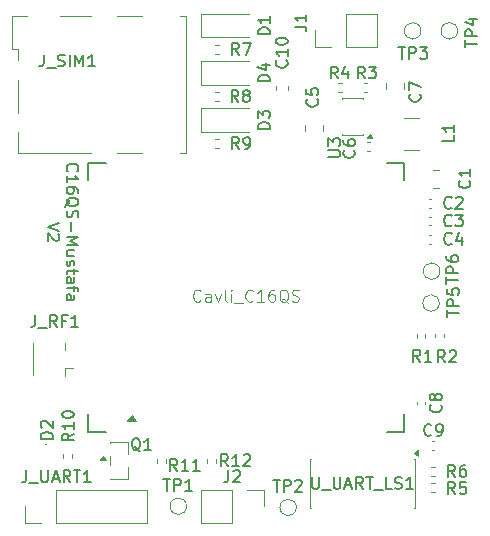
<source format=gbr>
%TF.GenerationSoftware,KiCad,Pcbnew,9.0.6*%
%TF.CreationDate,2025-12-31T00:22:08+05:30*%
%TF.ProjectId,c16qs-carrier-board,63313671-732d-4636-9172-726965722d62,rev?*%
%TF.SameCoordinates,Original*%
%TF.FileFunction,Legend,Top*%
%TF.FilePolarity,Positive*%
%FSLAX46Y46*%
G04 Gerber Fmt 4.6, Leading zero omitted, Abs format (unit mm)*
G04 Created by KiCad (PCBNEW 9.0.6) date 2025-12-31 00:22:08*
%MOMM*%
%LPD*%
G01*
G04 APERTURE LIST*
%ADD10C,0.200000*%
%ADD11C,0.150000*%
%ADD12C,0.100000*%
%ADD13C,0.120000*%
G04 APERTURE END LIST*
D10*
X113305387Y-57467219D02*
X113305387Y-58181504D01*
X113305387Y-58181504D02*
X113257768Y-58324361D01*
X113257768Y-58324361D02*
X113162530Y-58419600D01*
X113162530Y-58419600D02*
X113019673Y-58467219D01*
X113019673Y-58467219D02*
X112924435Y-58467219D01*
X113543483Y-58562457D02*
X114305387Y-58562457D01*
X114495864Y-58419600D02*
X114638721Y-58467219D01*
X114638721Y-58467219D02*
X114876816Y-58467219D01*
X114876816Y-58467219D02*
X114972054Y-58419600D01*
X114972054Y-58419600D02*
X115019673Y-58371980D01*
X115019673Y-58371980D02*
X115067292Y-58276742D01*
X115067292Y-58276742D02*
X115067292Y-58181504D01*
X115067292Y-58181504D02*
X115019673Y-58086266D01*
X115019673Y-58086266D02*
X114972054Y-58038647D01*
X114972054Y-58038647D02*
X114876816Y-57991028D01*
X114876816Y-57991028D02*
X114686340Y-57943409D01*
X114686340Y-57943409D02*
X114591102Y-57895790D01*
X114591102Y-57895790D02*
X114543483Y-57848171D01*
X114543483Y-57848171D02*
X114495864Y-57752933D01*
X114495864Y-57752933D02*
X114495864Y-57657695D01*
X114495864Y-57657695D02*
X114543483Y-57562457D01*
X114543483Y-57562457D02*
X114591102Y-57514838D01*
X114591102Y-57514838D02*
X114686340Y-57467219D01*
X114686340Y-57467219D02*
X114924435Y-57467219D01*
X114924435Y-57467219D02*
X115067292Y-57514838D01*
X115495864Y-58467219D02*
X115495864Y-57467219D01*
X115972054Y-58467219D02*
X115972054Y-57467219D01*
X115972054Y-57467219D02*
X116305387Y-58181504D01*
X116305387Y-58181504D02*
X116638720Y-57467219D01*
X116638720Y-57467219D02*
X116638720Y-58467219D01*
X117638720Y-58467219D02*
X117067292Y-58467219D01*
X117353006Y-58467219D02*
X117353006Y-57467219D01*
X117353006Y-57467219D02*
X117257768Y-57610076D01*
X117257768Y-57610076D02*
X117162530Y-57705314D01*
X117162530Y-57705314D02*
X117067292Y-57752933D01*
D11*
X115335363Y-67333332D02*
X115287744Y-67285713D01*
X115287744Y-67285713D02*
X115240124Y-67142856D01*
X115240124Y-67142856D02*
X115240124Y-67047618D01*
X115240124Y-67047618D02*
X115287744Y-66904761D01*
X115287744Y-66904761D02*
X115382982Y-66809523D01*
X115382982Y-66809523D02*
X115478220Y-66761904D01*
X115478220Y-66761904D02*
X115668696Y-66714285D01*
X115668696Y-66714285D02*
X115811553Y-66714285D01*
X115811553Y-66714285D02*
X116002029Y-66761904D01*
X116002029Y-66761904D02*
X116097267Y-66809523D01*
X116097267Y-66809523D02*
X116192505Y-66904761D01*
X116192505Y-66904761D02*
X116240124Y-67047618D01*
X116240124Y-67047618D02*
X116240124Y-67142856D01*
X116240124Y-67142856D02*
X116192505Y-67285713D01*
X116192505Y-67285713D02*
X116144886Y-67333332D01*
X115240124Y-68285713D02*
X115240124Y-67714285D01*
X115240124Y-67999999D02*
X116240124Y-67999999D01*
X116240124Y-67999999D02*
X116097267Y-67904761D01*
X116097267Y-67904761D02*
X116002029Y-67809523D01*
X116002029Y-67809523D02*
X115954410Y-67714285D01*
X116240124Y-69142856D02*
X116240124Y-68952380D01*
X116240124Y-68952380D02*
X116192505Y-68857142D01*
X116192505Y-68857142D02*
X116144886Y-68809523D01*
X116144886Y-68809523D02*
X116002029Y-68714285D01*
X116002029Y-68714285D02*
X115811553Y-68666666D01*
X115811553Y-68666666D02*
X115430601Y-68666666D01*
X115430601Y-68666666D02*
X115335363Y-68714285D01*
X115335363Y-68714285D02*
X115287744Y-68761904D01*
X115287744Y-68761904D02*
X115240124Y-68857142D01*
X115240124Y-68857142D02*
X115240124Y-69047618D01*
X115240124Y-69047618D02*
X115287744Y-69142856D01*
X115287744Y-69142856D02*
X115335363Y-69190475D01*
X115335363Y-69190475D02*
X115430601Y-69238094D01*
X115430601Y-69238094D02*
X115668696Y-69238094D01*
X115668696Y-69238094D02*
X115763934Y-69190475D01*
X115763934Y-69190475D02*
X115811553Y-69142856D01*
X115811553Y-69142856D02*
X115859172Y-69047618D01*
X115859172Y-69047618D02*
X115859172Y-68857142D01*
X115859172Y-68857142D02*
X115811553Y-68761904D01*
X115811553Y-68761904D02*
X115763934Y-68714285D01*
X115763934Y-68714285D02*
X115668696Y-68666666D01*
X115144886Y-70333332D02*
X115192505Y-70238094D01*
X115192505Y-70238094D02*
X115287744Y-70142856D01*
X115287744Y-70142856D02*
X115430601Y-69999999D01*
X115430601Y-69999999D02*
X115478220Y-69904761D01*
X115478220Y-69904761D02*
X115478220Y-69809523D01*
X115240124Y-69857142D02*
X115287744Y-69761904D01*
X115287744Y-69761904D02*
X115382982Y-69666666D01*
X115382982Y-69666666D02*
X115573458Y-69619047D01*
X115573458Y-69619047D02*
X115906791Y-69619047D01*
X115906791Y-69619047D02*
X116097267Y-69666666D01*
X116097267Y-69666666D02*
X116192505Y-69761904D01*
X116192505Y-69761904D02*
X116240124Y-69857142D01*
X116240124Y-69857142D02*
X116240124Y-70047618D01*
X116240124Y-70047618D02*
X116192505Y-70142856D01*
X116192505Y-70142856D02*
X116097267Y-70238094D01*
X116097267Y-70238094D02*
X115906791Y-70285713D01*
X115906791Y-70285713D02*
X115573458Y-70285713D01*
X115573458Y-70285713D02*
X115382982Y-70238094D01*
X115382982Y-70238094D02*
X115287744Y-70142856D01*
X115287744Y-70142856D02*
X115240124Y-70047618D01*
X115240124Y-70047618D02*
X115240124Y-69857142D01*
X115287744Y-70666666D02*
X115240124Y-70809523D01*
X115240124Y-70809523D02*
X115240124Y-71047618D01*
X115240124Y-71047618D02*
X115287744Y-71142856D01*
X115287744Y-71142856D02*
X115335363Y-71190475D01*
X115335363Y-71190475D02*
X115430601Y-71238094D01*
X115430601Y-71238094D02*
X115525839Y-71238094D01*
X115525839Y-71238094D02*
X115621077Y-71190475D01*
X115621077Y-71190475D02*
X115668696Y-71142856D01*
X115668696Y-71142856D02*
X115716315Y-71047618D01*
X115716315Y-71047618D02*
X115763934Y-70857142D01*
X115763934Y-70857142D02*
X115811553Y-70761904D01*
X115811553Y-70761904D02*
X115859172Y-70714285D01*
X115859172Y-70714285D02*
X115954410Y-70666666D01*
X115954410Y-70666666D02*
X116049648Y-70666666D01*
X116049648Y-70666666D02*
X116144886Y-70714285D01*
X116144886Y-70714285D02*
X116192505Y-70761904D01*
X116192505Y-70761904D02*
X116240124Y-70857142D01*
X116240124Y-70857142D02*
X116240124Y-71095237D01*
X116240124Y-71095237D02*
X116192505Y-71238094D01*
X115621077Y-71666666D02*
X115621077Y-72428571D01*
X115240124Y-72904761D02*
X116240124Y-72904761D01*
X116240124Y-72904761D02*
X115525839Y-73238094D01*
X115525839Y-73238094D02*
X116240124Y-73571427D01*
X116240124Y-73571427D02*
X115240124Y-73571427D01*
X115906791Y-74476189D02*
X115240124Y-74476189D01*
X115906791Y-74047618D02*
X115382982Y-74047618D01*
X115382982Y-74047618D02*
X115287744Y-74095237D01*
X115287744Y-74095237D02*
X115240124Y-74190475D01*
X115240124Y-74190475D02*
X115240124Y-74333332D01*
X115240124Y-74333332D02*
X115287744Y-74428570D01*
X115287744Y-74428570D02*
X115335363Y-74476189D01*
X115287744Y-74904761D02*
X115240124Y-74999999D01*
X115240124Y-74999999D02*
X115240124Y-75190475D01*
X115240124Y-75190475D02*
X115287744Y-75285713D01*
X115287744Y-75285713D02*
X115382982Y-75333332D01*
X115382982Y-75333332D02*
X115430601Y-75333332D01*
X115430601Y-75333332D02*
X115525839Y-75285713D01*
X115525839Y-75285713D02*
X115573458Y-75190475D01*
X115573458Y-75190475D02*
X115573458Y-75047618D01*
X115573458Y-75047618D02*
X115621077Y-74952380D01*
X115621077Y-74952380D02*
X115716315Y-74904761D01*
X115716315Y-74904761D02*
X115763934Y-74904761D01*
X115763934Y-74904761D02*
X115859172Y-74952380D01*
X115859172Y-74952380D02*
X115906791Y-75047618D01*
X115906791Y-75047618D02*
X115906791Y-75190475D01*
X115906791Y-75190475D02*
X115859172Y-75285713D01*
X115906791Y-75619047D02*
X115906791Y-75999999D01*
X116240124Y-75761904D02*
X115382982Y-75761904D01*
X115382982Y-75761904D02*
X115287744Y-75809523D01*
X115287744Y-75809523D02*
X115240124Y-75904761D01*
X115240124Y-75904761D02*
X115240124Y-75999999D01*
X115240124Y-76761904D02*
X115763934Y-76761904D01*
X115763934Y-76761904D02*
X115859172Y-76714285D01*
X115859172Y-76714285D02*
X115906791Y-76619047D01*
X115906791Y-76619047D02*
X115906791Y-76428571D01*
X115906791Y-76428571D02*
X115859172Y-76333333D01*
X115287744Y-76761904D02*
X115240124Y-76666666D01*
X115240124Y-76666666D02*
X115240124Y-76428571D01*
X115240124Y-76428571D02*
X115287744Y-76333333D01*
X115287744Y-76333333D02*
X115382982Y-76285714D01*
X115382982Y-76285714D02*
X115478220Y-76285714D01*
X115478220Y-76285714D02*
X115573458Y-76333333D01*
X115573458Y-76333333D02*
X115621077Y-76428571D01*
X115621077Y-76428571D02*
X115621077Y-76666666D01*
X115621077Y-76666666D02*
X115668696Y-76761904D01*
X115906791Y-77095238D02*
X115906791Y-77476190D01*
X115240124Y-77238095D02*
X116097267Y-77238095D01*
X116097267Y-77238095D02*
X116192505Y-77285714D01*
X116192505Y-77285714D02*
X116240124Y-77380952D01*
X116240124Y-77380952D02*
X116240124Y-77476190D01*
X115240124Y-78238095D02*
X115763934Y-78238095D01*
X115763934Y-78238095D02*
X115859172Y-78190476D01*
X115859172Y-78190476D02*
X115906791Y-78095238D01*
X115906791Y-78095238D02*
X115906791Y-77904762D01*
X115906791Y-77904762D02*
X115859172Y-77809524D01*
X115287744Y-78238095D02*
X115240124Y-78142857D01*
X115240124Y-78142857D02*
X115240124Y-77904762D01*
X115240124Y-77904762D02*
X115287744Y-77809524D01*
X115287744Y-77809524D02*
X115382982Y-77761905D01*
X115382982Y-77761905D02*
X115478220Y-77761905D01*
X115478220Y-77761905D02*
X115573458Y-77809524D01*
X115573458Y-77809524D02*
X115621077Y-77904762D01*
X115621077Y-77904762D02*
X115621077Y-78142857D01*
X115621077Y-78142857D02*
X115668696Y-78238095D01*
X114630180Y-71690476D02*
X113630180Y-72023809D01*
X113630180Y-72023809D02*
X114630180Y-72357142D01*
X114534942Y-72642857D02*
X114582561Y-72690476D01*
X114582561Y-72690476D02*
X114630180Y-72785714D01*
X114630180Y-72785714D02*
X114630180Y-73023809D01*
X114630180Y-73023809D02*
X114582561Y-73119047D01*
X114582561Y-73119047D02*
X114534942Y-73166666D01*
X114534942Y-73166666D02*
X114439704Y-73214285D01*
X114439704Y-73214285D02*
X114344466Y-73214285D01*
X114344466Y-73214285D02*
X114201609Y-73166666D01*
X114201609Y-73166666D02*
X113630180Y-72595238D01*
X113630180Y-72595238D02*
X113630180Y-73214285D01*
X124607142Y-92704819D02*
X124273809Y-92228628D01*
X124035714Y-92704819D02*
X124035714Y-91704819D01*
X124035714Y-91704819D02*
X124416666Y-91704819D01*
X124416666Y-91704819D02*
X124511904Y-91752438D01*
X124511904Y-91752438D02*
X124559523Y-91800057D01*
X124559523Y-91800057D02*
X124607142Y-91895295D01*
X124607142Y-91895295D02*
X124607142Y-92038152D01*
X124607142Y-92038152D02*
X124559523Y-92133390D01*
X124559523Y-92133390D02*
X124511904Y-92181009D01*
X124511904Y-92181009D02*
X124416666Y-92228628D01*
X124416666Y-92228628D02*
X124035714Y-92228628D01*
X125559523Y-92704819D02*
X124988095Y-92704819D01*
X125273809Y-92704819D02*
X125273809Y-91704819D01*
X125273809Y-91704819D02*
X125178571Y-91847676D01*
X125178571Y-91847676D02*
X125083333Y-91942914D01*
X125083333Y-91942914D02*
X124988095Y-91990533D01*
X126511904Y-92704819D02*
X125940476Y-92704819D01*
X126226190Y-92704819D02*
X126226190Y-91704819D01*
X126226190Y-91704819D02*
X126130952Y-91847676D01*
X126130952Y-91847676D02*
X126035714Y-91942914D01*
X126035714Y-91942914D02*
X125940476Y-91990533D01*
X133859580Y-57942857D02*
X133907200Y-57990476D01*
X133907200Y-57990476D02*
X133954819Y-58133333D01*
X133954819Y-58133333D02*
X133954819Y-58228571D01*
X133954819Y-58228571D02*
X133907200Y-58371428D01*
X133907200Y-58371428D02*
X133811961Y-58466666D01*
X133811961Y-58466666D02*
X133716723Y-58514285D01*
X133716723Y-58514285D02*
X133526247Y-58561904D01*
X133526247Y-58561904D02*
X133383390Y-58561904D01*
X133383390Y-58561904D02*
X133192914Y-58514285D01*
X133192914Y-58514285D02*
X133097676Y-58466666D01*
X133097676Y-58466666D02*
X133002438Y-58371428D01*
X133002438Y-58371428D02*
X132954819Y-58228571D01*
X132954819Y-58228571D02*
X132954819Y-58133333D01*
X132954819Y-58133333D02*
X133002438Y-57990476D01*
X133002438Y-57990476D02*
X133050057Y-57942857D01*
X133954819Y-56990476D02*
X133954819Y-57561904D01*
X133954819Y-57276190D02*
X132954819Y-57276190D01*
X132954819Y-57276190D02*
X133097676Y-57371428D01*
X133097676Y-57371428D02*
X133192914Y-57466666D01*
X133192914Y-57466666D02*
X133240533Y-57561904D01*
X132954819Y-56371428D02*
X132954819Y-56276190D01*
X132954819Y-56276190D02*
X133002438Y-56180952D01*
X133002438Y-56180952D02*
X133050057Y-56133333D01*
X133050057Y-56133333D02*
X133145295Y-56085714D01*
X133145295Y-56085714D02*
X133335771Y-56038095D01*
X133335771Y-56038095D02*
X133573866Y-56038095D01*
X133573866Y-56038095D02*
X133764342Y-56085714D01*
X133764342Y-56085714D02*
X133859580Y-56133333D01*
X133859580Y-56133333D02*
X133907200Y-56180952D01*
X133907200Y-56180952D02*
X133954819Y-56276190D01*
X133954819Y-56276190D02*
X133954819Y-56371428D01*
X133954819Y-56371428D02*
X133907200Y-56466666D01*
X133907200Y-56466666D02*
X133859580Y-56514285D01*
X133859580Y-56514285D02*
X133764342Y-56561904D01*
X133764342Y-56561904D02*
X133573866Y-56609523D01*
X133573866Y-56609523D02*
X133335771Y-56609523D01*
X133335771Y-56609523D02*
X133145295Y-56561904D01*
X133145295Y-56561904D02*
X133050057Y-56514285D01*
X133050057Y-56514285D02*
X133002438Y-56466666D01*
X133002438Y-56466666D02*
X132954819Y-56371428D01*
X115854819Y-89542857D02*
X115378628Y-89876190D01*
X115854819Y-90114285D02*
X114854819Y-90114285D01*
X114854819Y-90114285D02*
X114854819Y-89733333D01*
X114854819Y-89733333D02*
X114902438Y-89638095D01*
X114902438Y-89638095D02*
X114950057Y-89590476D01*
X114950057Y-89590476D02*
X115045295Y-89542857D01*
X115045295Y-89542857D02*
X115188152Y-89542857D01*
X115188152Y-89542857D02*
X115283390Y-89590476D01*
X115283390Y-89590476D02*
X115331009Y-89638095D01*
X115331009Y-89638095D02*
X115378628Y-89733333D01*
X115378628Y-89733333D02*
X115378628Y-90114285D01*
X115854819Y-88590476D02*
X115854819Y-89161904D01*
X115854819Y-88876190D02*
X114854819Y-88876190D01*
X114854819Y-88876190D02*
X114997676Y-88971428D01*
X114997676Y-88971428D02*
X115092914Y-89066666D01*
X115092914Y-89066666D02*
X115140533Y-89161904D01*
X114854819Y-87971428D02*
X114854819Y-87876190D01*
X114854819Y-87876190D02*
X114902438Y-87780952D01*
X114902438Y-87780952D02*
X114950057Y-87733333D01*
X114950057Y-87733333D02*
X115045295Y-87685714D01*
X115045295Y-87685714D02*
X115235771Y-87638095D01*
X115235771Y-87638095D02*
X115473866Y-87638095D01*
X115473866Y-87638095D02*
X115664342Y-87685714D01*
X115664342Y-87685714D02*
X115759580Y-87733333D01*
X115759580Y-87733333D02*
X115807200Y-87780952D01*
X115807200Y-87780952D02*
X115854819Y-87876190D01*
X115854819Y-87876190D02*
X115854819Y-87971428D01*
X115854819Y-87971428D02*
X115807200Y-88066666D01*
X115807200Y-88066666D02*
X115759580Y-88114285D01*
X115759580Y-88114285D02*
X115664342Y-88161904D01*
X115664342Y-88161904D02*
X115473866Y-88209523D01*
X115473866Y-88209523D02*
X115235771Y-88209523D01*
X115235771Y-88209523D02*
X115045295Y-88161904D01*
X115045295Y-88161904D02*
X114950057Y-88114285D01*
X114950057Y-88114285D02*
X114902438Y-88066666D01*
X114902438Y-88066666D02*
X114854819Y-87971428D01*
X139559580Y-65566666D02*
X139607200Y-65614285D01*
X139607200Y-65614285D02*
X139654819Y-65757142D01*
X139654819Y-65757142D02*
X139654819Y-65852380D01*
X139654819Y-65852380D02*
X139607200Y-65995237D01*
X139607200Y-65995237D02*
X139511961Y-66090475D01*
X139511961Y-66090475D02*
X139416723Y-66138094D01*
X139416723Y-66138094D02*
X139226247Y-66185713D01*
X139226247Y-66185713D02*
X139083390Y-66185713D01*
X139083390Y-66185713D02*
X138892914Y-66138094D01*
X138892914Y-66138094D02*
X138797676Y-66090475D01*
X138797676Y-66090475D02*
X138702438Y-65995237D01*
X138702438Y-65995237D02*
X138654819Y-65852380D01*
X138654819Y-65852380D02*
X138654819Y-65757142D01*
X138654819Y-65757142D02*
X138702438Y-65614285D01*
X138702438Y-65614285D02*
X138750057Y-65566666D01*
X138654819Y-64709523D02*
X138654819Y-64899999D01*
X138654819Y-64899999D02*
X138702438Y-64995237D01*
X138702438Y-64995237D02*
X138750057Y-65042856D01*
X138750057Y-65042856D02*
X138892914Y-65138094D01*
X138892914Y-65138094D02*
X139083390Y-65185713D01*
X139083390Y-65185713D02*
X139464342Y-65185713D01*
X139464342Y-65185713D02*
X139559580Y-65138094D01*
X139559580Y-65138094D02*
X139607200Y-65090475D01*
X139607200Y-65090475D02*
X139654819Y-64995237D01*
X139654819Y-64995237D02*
X139654819Y-64804761D01*
X139654819Y-64804761D02*
X139607200Y-64709523D01*
X139607200Y-64709523D02*
X139559580Y-64661904D01*
X139559580Y-64661904D02*
X139464342Y-64614285D01*
X139464342Y-64614285D02*
X139226247Y-64614285D01*
X139226247Y-64614285D02*
X139131009Y-64661904D01*
X139131009Y-64661904D02*
X139083390Y-64709523D01*
X139083390Y-64709523D02*
X139035771Y-64804761D01*
X139035771Y-64804761D02*
X139035771Y-64995237D01*
X139035771Y-64995237D02*
X139083390Y-65090475D01*
X139083390Y-65090475D02*
X139131009Y-65138094D01*
X139131009Y-65138094D02*
X139226247Y-65185713D01*
X147283333Y-83504819D02*
X146950000Y-83028628D01*
X146711905Y-83504819D02*
X146711905Y-82504819D01*
X146711905Y-82504819D02*
X147092857Y-82504819D01*
X147092857Y-82504819D02*
X147188095Y-82552438D01*
X147188095Y-82552438D02*
X147235714Y-82600057D01*
X147235714Y-82600057D02*
X147283333Y-82695295D01*
X147283333Y-82695295D02*
X147283333Y-82838152D01*
X147283333Y-82838152D02*
X147235714Y-82933390D01*
X147235714Y-82933390D02*
X147188095Y-82981009D01*
X147188095Y-82981009D02*
X147092857Y-83028628D01*
X147092857Y-83028628D02*
X146711905Y-83028628D01*
X147664286Y-82600057D02*
X147711905Y-82552438D01*
X147711905Y-82552438D02*
X147807143Y-82504819D01*
X147807143Y-82504819D02*
X148045238Y-82504819D01*
X148045238Y-82504819D02*
X148140476Y-82552438D01*
X148140476Y-82552438D02*
X148188095Y-82600057D01*
X148188095Y-82600057D02*
X148235714Y-82695295D01*
X148235714Y-82695295D02*
X148235714Y-82790533D01*
X148235714Y-82790533D02*
X148188095Y-82933390D01*
X148188095Y-82933390D02*
X147616667Y-83504819D01*
X147616667Y-83504819D02*
X148235714Y-83504819D01*
X146133333Y-89659580D02*
X146085714Y-89707200D01*
X146085714Y-89707200D02*
X145942857Y-89754819D01*
X145942857Y-89754819D02*
X145847619Y-89754819D01*
X145847619Y-89754819D02*
X145704762Y-89707200D01*
X145704762Y-89707200D02*
X145609524Y-89611961D01*
X145609524Y-89611961D02*
X145561905Y-89516723D01*
X145561905Y-89516723D02*
X145514286Y-89326247D01*
X145514286Y-89326247D02*
X145514286Y-89183390D01*
X145514286Y-89183390D02*
X145561905Y-88992914D01*
X145561905Y-88992914D02*
X145609524Y-88897676D01*
X145609524Y-88897676D02*
X145704762Y-88802438D01*
X145704762Y-88802438D02*
X145847619Y-88754819D01*
X145847619Y-88754819D02*
X145942857Y-88754819D01*
X145942857Y-88754819D02*
X146085714Y-88802438D01*
X146085714Y-88802438D02*
X146133333Y-88850057D01*
X146609524Y-89754819D02*
X146800000Y-89754819D01*
X146800000Y-89754819D02*
X146895238Y-89707200D01*
X146895238Y-89707200D02*
X146942857Y-89659580D01*
X146942857Y-89659580D02*
X147038095Y-89516723D01*
X147038095Y-89516723D02*
X147085714Y-89326247D01*
X147085714Y-89326247D02*
X147085714Y-88945295D01*
X147085714Y-88945295D02*
X147038095Y-88850057D01*
X147038095Y-88850057D02*
X146990476Y-88802438D01*
X146990476Y-88802438D02*
X146895238Y-88754819D01*
X146895238Y-88754819D02*
X146704762Y-88754819D01*
X146704762Y-88754819D02*
X146609524Y-88802438D01*
X146609524Y-88802438D02*
X146561905Y-88850057D01*
X146561905Y-88850057D02*
X146514286Y-88945295D01*
X146514286Y-88945295D02*
X146514286Y-89183390D01*
X146514286Y-89183390D02*
X146561905Y-89278628D01*
X146561905Y-89278628D02*
X146609524Y-89326247D01*
X146609524Y-89326247D02*
X146704762Y-89373866D01*
X146704762Y-89373866D02*
X146895238Y-89373866D01*
X146895238Y-89373866D02*
X146990476Y-89326247D01*
X146990476Y-89326247D02*
X147038095Y-89278628D01*
X147038095Y-89278628D02*
X147085714Y-89183390D01*
X134554819Y-55083333D02*
X135269104Y-55083333D01*
X135269104Y-55083333D02*
X135411961Y-55130952D01*
X135411961Y-55130952D02*
X135507200Y-55226190D01*
X135507200Y-55226190D02*
X135554819Y-55369047D01*
X135554819Y-55369047D02*
X135554819Y-55464285D01*
X135554819Y-54083333D02*
X135554819Y-54654761D01*
X135554819Y-54369047D02*
X134554819Y-54369047D01*
X134554819Y-54369047D02*
X134697676Y-54464285D01*
X134697676Y-54464285D02*
X134792914Y-54559523D01*
X134792914Y-54559523D02*
X134840533Y-54654761D01*
X128941666Y-92654819D02*
X128941666Y-93369104D01*
X128941666Y-93369104D02*
X128894047Y-93511961D01*
X128894047Y-93511961D02*
X128798809Y-93607200D01*
X128798809Y-93607200D02*
X128655952Y-93654819D01*
X128655952Y-93654819D02*
X128560714Y-93654819D01*
X129370238Y-92750057D02*
X129417857Y-92702438D01*
X129417857Y-92702438D02*
X129513095Y-92654819D01*
X129513095Y-92654819D02*
X129751190Y-92654819D01*
X129751190Y-92654819D02*
X129846428Y-92702438D01*
X129846428Y-92702438D02*
X129894047Y-92750057D01*
X129894047Y-92750057D02*
X129941666Y-92845295D01*
X129941666Y-92845295D02*
X129941666Y-92940533D01*
X129941666Y-92940533D02*
X129894047Y-93083390D01*
X129894047Y-93083390D02*
X129322619Y-93654819D01*
X129322619Y-93654819D02*
X129941666Y-93654819D01*
X145159580Y-60816666D02*
X145207200Y-60864285D01*
X145207200Y-60864285D02*
X145254819Y-61007142D01*
X145254819Y-61007142D02*
X145254819Y-61102380D01*
X145254819Y-61102380D02*
X145207200Y-61245237D01*
X145207200Y-61245237D02*
X145111961Y-61340475D01*
X145111961Y-61340475D02*
X145016723Y-61388094D01*
X145016723Y-61388094D02*
X144826247Y-61435713D01*
X144826247Y-61435713D02*
X144683390Y-61435713D01*
X144683390Y-61435713D02*
X144492914Y-61388094D01*
X144492914Y-61388094D02*
X144397676Y-61340475D01*
X144397676Y-61340475D02*
X144302438Y-61245237D01*
X144302438Y-61245237D02*
X144254819Y-61102380D01*
X144254819Y-61102380D02*
X144254819Y-61007142D01*
X144254819Y-61007142D02*
X144302438Y-60864285D01*
X144302438Y-60864285D02*
X144350057Y-60816666D01*
X144254819Y-60483332D02*
X144254819Y-59816666D01*
X144254819Y-59816666D02*
X145254819Y-60245237D01*
X138183333Y-59479819D02*
X137850000Y-59003628D01*
X137611905Y-59479819D02*
X137611905Y-58479819D01*
X137611905Y-58479819D02*
X137992857Y-58479819D01*
X137992857Y-58479819D02*
X138088095Y-58527438D01*
X138088095Y-58527438D02*
X138135714Y-58575057D01*
X138135714Y-58575057D02*
X138183333Y-58670295D01*
X138183333Y-58670295D02*
X138183333Y-58813152D01*
X138183333Y-58813152D02*
X138135714Y-58908390D01*
X138135714Y-58908390D02*
X138088095Y-58956009D01*
X138088095Y-58956009D02*
X137992857Y-59003628D01*
X137992857Y-59003628D02*
X137611905Y-59003628D01*
X139040476Y-58813152D02*
X139040476Y-59479819D01*
X138802381Y-58432200D02*
X138564286Y-59146485D01*
X138564286Y-59146485D02*
X139183333Y-59146485D01*
X147833333Y-73459580D02*
X147785714Y-73507200D01*
X147785714Y-73507200D02*
X147642857Y-73554819D01*
X147642857Y-73554819D02*
X147547619Y-73554819D01*
X147547619Y-73554819D02*
X147404762Y-73507200D01*
X147404762Y-73507200D02*
X147309524Y-73411961D01*
X147309524Y-73411961D02*
X147261905Y-73316723D01*
X147261905Y-73316723D02*
X147214286Y-73126247D01*
X147214286Y-73126247D02*
X147214286Y-72983390D01*
X147214286Y-72983390D02*
X147261905Y-72792914D01*
X147261905Y-72792914D02*
X147309524Y-72697676D01*
X147309524Y-72697676D02*
X147404762Y-72602438D01*
X147404762Y-72602438D02*
X147547619Y-72554819D01*
X147547619Y-72554819D02*
X147642857Y-72554819D01*
X147642857Y-72554819D02*
X147785714Y-72602438D01*
X147785714Y-72602438D02*
X147833333Y-72650057D01*
X148690476Y-72888152D02*
X148690476Y-73554819D01*
X148452381Y-72507200D02*
X148214286Y-73221485D01*
X148214286Y-73221485D02*
X148833333Y-73221485D01*
X137404819Y-66111904D02*
X138214342Y-66111904D01*
X138214342Y-66111904D02*
X138309580Y-66064285D01*
X138309580Y-66064285D02*
X138357200Y-66016666D01*
X138357200Y-66016666D02*
X138404819Y-65921428D01*
X138404819Y-65921428D02*
X138404819Y-65730952D01*
X138404819Y-65730952D02*
X138357200Y-65635714D01*
X138357200Y-65635714D02*
X138309580Y-65588095D01*
X138309580Y-65588095D02*
X138214342Y-65540476D01*
X138214342Y-65540476D02*
X137404819Y-65540476D01*
X137404819Y-65159523D02*
X137404819Y-64540476D01*
X137404819Y-64540476D02*
X137785771Y-64873809D01*
X137785771Y-64873809D02*
X137785771Y-64730952D01*
X137785771Y-64730952D02*
X137833390Y-64635714D01*
X137833390Y-64635714D02*
X137881009Y-64588095D01*
X137881009Y-64588095D02*
X137976247Y-64540476D01*
X137976247Y-64540476D02*
X138214342Y-64540476D01*
X138214342Y-64540476D02*
X138309580Y-64588095D01*
X138309580Y-64588095D02*
X138357200Y-64635714D01*
X138357200Y-64635714D02*
X138404819Y-64730952D01*
X138404819Y-64730952D02*
X138404819Y-65016666D01*
X138404819Y-65016666D02*
X138357200Y-65111904D01*
X138357200Y-65111904D02*
X138309580Y-65159523D01*
X148133333Y-94654819D02*
X147800000Y-94178628D01*
X147561905Y-94654819D02*
X147561905Y-93654819D01*
X147561905Y-93654819D02*
X147942857Y-93654819D01*
X147942857Y-93654819D02*
X148038095Y-93702438D01*
X148038095Y-93702438D02*
X148085714Y-93750057D01*
X148085714Y-93750057D02*
X148133333Y-93845295D01*
X148133333Y-93845295D02*
X148133333Y-93988152D01*
X148133333Y-93988152D02*
X148085714Y-94083390D01*
X148085714Y-94083390D02*
X148038095Y-94131009D01*
X148038095Y-94131009D02*
X147942857Y-94178628D01*
X147942857Y-94178628D02*
X147561905Y-94178628D01*
X149038095Y-93654819D02*
X148561905Y-93654819D01*
X148561905Y-93654819D02*
X148514286Y-94131009D01*
X148514286Y-94131009D02*
X148561905Y-94083390D01*
X148561905Y-94083390D02*
X148657143Y-94035771D01*
X148657143Y-94035771D02*
X148895238Y-94035771D01*
X148895238Y-94035771D02*
X148990476Y-94083390D01*
X148990476Y-94083390D02*
X149038095Y-94131009D01*
X149038095Y-94131009D02*
X149085714Y-94226247D01*
X149085714Y-94226247D02*
X149085714Y-94464342D01*
X149085714Y-94464342D02*
X149038095Y-94559580D01*
X149038095Y-94559580D02*
X148990476Y-94607200D01*
X148990476Y-94607200D02*
X148895238Y-94654819D01*
X148895238Y-94654819D02*
X148657143Y-94654819D01*
X148657143Y-94654819D02*
X148561905Y-94607200D01*
X148561905Y-94607200D02*
X148514286Y-94559580D01*
X145183333Y-83454819D02*
X144850000Y-82978628D01*
X144611905Y-83454819D02*
X144611905Y-82454819D01*
X144611905Y-82454819D02*
X144992857Y-82454819D01*
X144992857Y-82454819D02*
X145088095Y-82502438D01*
X145088095Y-82502438D02*
X145135714Y-82550057D01*
X145135714Y-82550057D02*
X145183333Y-82645295D01*
X145183333Y-82645295D02*
X145183333Y-82788152D01*
X145183333Y-82788152D02*
X145135714Y-82883390D01*
X145135714Y-82883390D02*
X145088095Y-82931009D01*
X145088095Y-82931009D02*
X144992857Y-82978628D01*
X144992857Y-82978628D02*
X144611905Y-82978628D01*
X146135714Y-83454819D02*
X145564286Y-83454819D01*
X145850000Y-83454819D02*
X145850000Y-82454819D01*
X145850000Y-82454819D02*
X145754762Y-82597676D01*
X145754762Y-82597676D02*
X145659524Y-82692914D01*
X145659524Y-82692914D02*
X145564286Y-82740533D01*
X148054819Y-64266666D02*
X148054819Y-64742856D01*
X148054819Y-64742856D02*
X147054819Y-64742856D01*
X148054819Y-63409523D02*
X148054819Y-63980951D01*
X148054819Y-63695237D02*
X147054819Y-63695237D01*
X147054819Y-63695237D02*
X147197676Y-63790475D01*
X147197676Y-63790475D02*
X147292914Y-63885713D01*
X147292914Y-63885713D02*
X147340533Y-63980951D01*
X121492261Y-91050057D02*
X121397023Y-91002438D01*
X121397023Y-91002438D02*
X121301785Y-90907200D01*
X121301785Y-90907200D02*
X121158928Y-90764342D01*
X121158928Y-90764342D02*
X121063690Y-90716723D01*
X121063690Y-90716723D02*
X120968452Y-90716723D01*
X121016071Y-90954819D02*
X120920833Y-90907200D01*
X120920833Y-90907200D02*
X120825595Y-90811961D01*
X120825595Y-90811961D02*
X120777976Y-90621485D01*
X120777976Y-90621485D02*
X120777976Y-90288152D01*
X120777976Y-90288152D02*
X120825595Y-90097676D01*
X120825595Y-90097676D02*
X120920833Y-90002438D01*
X120920833Y-90002438D02*
X121016071Y-89954819D01*
X121016071Y-89954819D02*
X121206547Y-89954819D01*
X121206547Y-89954819D02*
X121301785Y-90002438D01*
X121301785Y-90002438D02*
X121397023Y-90097676D01*
X121397023Y-90097676D02*
X121444642Y-90288152D01*
X121444642Y-90288152D02*
X121444642Y-90621485D01*
X121444642Y-90621485D02*
X121397023Y-90811961D01*
X121397023Y-90811961D02*
X121301785Y-90907200D01*
X121301785Y-90907200D02*
X121206547Y-90954819D01*
X121206547Y-90954819D02*
X121016071Y-90954819D01*
X122397023Y-90954819D02*
X121825595Y-90954819D01*
X122111309Y-90954819D02*
X122111309Y-89954819D01*
X122111309Y-89954819D02*
X122016071Y-90097676D01*
X122016071Y-90097676D02*
X121920833Y-90192914D01*
X121920833Y-90192914D02*
X121825595Y-90240533D01*
X129833333Y-65454819D02*
X129500000Y-64978628D01*
X129261905Y-65454819D02*
X129261905Y-64454819D01*
X129261905Y-64454819D02*
X129642857Y-64454819D01*
X129642857Y-64454819D02*
X129738095Y-64502438D01*
X129738095Y-64502438D02*
X129785714Y-64550057D01*
X129785714Y-64550057D02*
X129833333Y-64645295D01*
X129833333Y-64645295D02*
X129833333Y-64788152D01*
X129833333Y-64788152D02*
X129785714Y-64883390D01*
X129785714Y-64883390D02*
X129738095Y-64931009D01*
X129738095Y-64931009D02*
X129642857Y-64978628D01*
X129642857Y-64978628D02*
X129261905Y-64978628D01*
X130309524Y-65454819D02*
X130500000Y-65454819D01*
X130500000Y-65454819D02*
X130595238Y-65407200D01*
X130595238Y-65407200D02*
X130642857Y-65359580D01*
X130642857Y-65359580D02*
X130738095Y-65216723D01*
X130738095Y-65216723D02*
X130785714Y-65026247D01*
X130785714Y-65026247D02*
X130785714Y-64645295D01*
X130785714Y-64645295D02*
X130738095Y-64550057D01*
X130738095Y-64550057D02*
X130690476Y-64502438D01*
X130690476Y-64502438D02*
X130595238Y-64454819D01*
X130595238Y-64454819D02*
X130404762Y-64454819D01*
X130404762Y-64454819D02*
X130309524Y-64502438D01*
X130309524Y-64502438D02*
X130261905Y-64550057D01*
X130261905Y-64550057D02*
X130214286Y-64645295D01*
X130214286Y-64645295D02*
X130214286Y-64883390D01*
X130214286Y-64883390D02*
X130261905Y-64978628D01*
X130261905Y-64978628D02*
X130309524Y-65026247D01*
X130309524Y-65026247D02*
X130404762Y-65073866D01*
X130404762Y-65073866D02*
X130595238Y-65073866D01*
X130595238Y-65073866D02*
X130690476Y-65026247D01*
X130690476Y-65026247D02*
X130738095Y-64978628D01*
X130738095Y-64978628D02*
X130785714Y-64883390D01*
X129833333Y-57454819D02*
X129500000Y-56978628D01*
X129261905Y-57454819D02*
X129261905Y-56454819D01*
X129261905Y-56454819D02*
X129642857Y-56454819D01*
X129642857Y-56454819D02*
X129738095Y-56502438D01*
X129738095Y-56502438D02*
X129785714Y-56550057D01*
X129785714Y-56550057D02*
X129833333Y-56645295D01*
X129833333Y-56645295D02*
X129833333Y-56788152D01*
X129833333Y-56788152D02*
X129785714Y-56883390D01*
X129785714Y-56883390D02*
X129738095Y-56931009D01*
X129738095Y-56931009D02*
X129642857Y-56978628D01*
X129642857Y-56978628D02*
X129261905Y-56978628D01*
X130166667Y-56454819D02*
X130833333Y-56454819D01*
X130833333Y-56454819D02*
X130404762Y-57454819D01*
X136459580Y-61241666D02*
X136507200Y-61289285D01*
X136507200Y-61289285D02*
X136554819Y-61432142D01*
X136554819Y-61432142D02*
X136554819Y-61527380D01*
X136554819Y-61527380D02*
X136507200Y-61670237D01*
X136507200Y-61670237D02*
X136411961Y-61765475D01*
X136411961Y-61765475D02*
X136316723Y-61813094D01*
X136316723Y-61813094D02*
X136126247Y-61860713D01*
X136126247Y-61860713D02*
X135983390Y-61860713D01*
X135983390Y-61860713D02*
X135792914Y-61813094D01*
X135792914Y-61813094D02*
X135697676Y-61765475D01*
X135697676Y-61765475D02*
X135602438Y-61670237D01*
X135602438Y-61670237D02*
X135554819Y-61527380D01*
X135554819Y-61527380D02*
X135554819Y-61432142D01*
X135554819Y-61432142D02*
X135602438Y-61289285D01*
X135602438Y-61289285D02*
X135650057Y-61241666D01*
X135554819Y-60336904D02*
X135554819Y-60813094D01*
X135554819Y-60813094D02*
X136031009Y-60860713D01*
X136031009Y-60860713D02*
X135983390Y-60813094D01*
X135983390Y-60813094D02*
X135935771Y-60717856D01*
X135935771Y-60717856D02*
X135935771Y-60479761D01*
X135935771Y-60479761D02*
X135983390Y-60384523D01*
X135983390Y-60384523D02*
X136031009Y-60336904D01*
X136031009Y-60336904D02*
X136126247Y-60289285D01*
X136126247Y-60289285D02*
X136364342Y-60289285D01*
X136364342Y-60289285D02*
X136459580Y-60336904D01*
X136459580Y-60336904D02*
X136507200Y-60384523D01*
X136507200Y-60384523D02*
X136554819Y-60479761D01*
X136554819Y-60479761D02*
X136554819Y-60717856D01*
X136554819Y-60717856D02*
X136507200Y-60813094D01*
X136507200Y-60813094D02*
X136459580Y-60860713D01*
X147833333Y-70409580D02*
X147785714Y-70457200D01*
X147785714Y-70457200D02*
X147642857Y-70504819D01*
X147642857Y-70504819D02*
X147547619Y-70504819D01*
X147547619Y-70504819D02*
X147404762Y-70457200D01*
X147404762Y-70457200D02*
X147309524Y-70361961D01*
X147309524Y-70361961D02*
X147261905Y-70266723D01*
X147261905Y-70266723D02*
X147214286Y-70076247D01*
X147214286Y-70076247D02*
X147214286Y-69933390D01*
X147214286Y-69933390D02*
X147261905Y-69742914D01*
X147261905Y-69742914D02*
X147309524Y-69647676D01*
X147309524Y-69647676D02*
X147404762Y-69552438D01*
X147404762Y-69552438D02*
X147547619Y-69504819D01*
X147547619Y-69504819D02*
X147642857Y-69504819D01*
X147642857Y-69504819D02*
X147785714Y-69552438D01*
X147785714Y-69552438D02*
X147833333Y-69600057D01*
X148214286Y-69600057D02*
X148261905Y-69552438D01*
X148261905Y-69552438D02*
X148357143Y-69504819D01*
X148357143Y-69504819D02*
X148595238Y-69504819D01*
X148595238Y-69504819D02*
X148690476Y-69552438D01*
X148690476Y-69552438D02*
X148738095Y-69600057D01*
X148738095Y-69600057D02*
X148785714Y-69695295D01*
X148785714Y-69695295D02*
X148785714Y-69790533D01*
X148785714Y-69790533D02*
X148738095Y-69933390D01*
X148738095Y-69933390D02*
X148166667Y-70504819D01*
X148166667Y-70504819D02*
X148785714Y-70504819D01*
X112607142Y-79504819D02*
X112607142Y-80219104D01*
X112607142Y-80219104D02*
X112559523Y-80361961D01*
X112559523Y-80361961D02*
X112464285Y-80457200D01*
X112464285Y-80457200D02*
X112321428Y-80504819D01*
X112321428Y-80504819D02*
X112226190Y-80504819D01*
X112845238Y-80600057D02*
X113607142Y-80600057D01*
X114416666Y-80504819D02*
X114083333Y-80028628D01*
X113845238Y-80504819D02*
X113845238Y-79504819D01*
X113845238Y-79504819D02*
X114226190Y-79504819D01*
X114226190Y-79504819D02*
X114321428Y-79552438D01*
X114321428Y-79552438D02*
X114369047Y-79600057D01*
X114369047Y-79600057D02*
X114416666Y-79695295D01*
X114416666Y-79695295D02*
X114416666Y-79838152D01*
X114416666Y-79838152D02*
X114369047Y-79933390D01*
X114369047Y-79933390D02*
X114321428Y-79981009D01*
X114321428Y-79981009D02*
X114226190Y-80028628D01*
X114226190Y-80028628D02*
X113845238Y-80028628D01*
X115178571Y-79981009D02*
X114845238Y-79981009D01*
X114845238Y-80504819D02*
X114845238Y-79504819D01*
X114845238Y-79504819D02*
X115321428Y-79504819D01*
X116226190Y-80504819D02*
X115654762Y-80504819D01*
X115940476Y-80504819D02*
X115940476Y-79504819D01*
X115940476Y-79504819D02*
X115845238Y-79647676D01*
X115845238Y-79647676D02*
X115750000Y-79742914D01*
X115750000Y-79742914D02*
X115654762Y-79790533D01*
X132454819Y-63738094D02*
X131454819Y-63738094D01*
X131454819Y-63738094D02*
X131454819Y-63499999D01*
X131454819Y-63499999D02*
X131502438Y-63357142D01*
X131502438Y-63357142D02*
X131597676Y-63261904D01*
X131597676Y-63261904D02*
X131692914Y-63214285D01*
X131692914Y-63214285D02*
X131883390Y-63166666D01*
X131883390Y-63166666D02*
X132026247Y-63166666D01*
X132026247Y-63166666D02*
X132216723Y-63214285D01*
X132216723Y-63214285D02*
X132311961Y-63261904D01*
X132311961Y-63261904D02*
X132407200Y-63357142D01*
X132407200Y-63357142D02*
X132454819Y-63499999D01*
X132454819Y-63499999D02*
X132454819Y-63738094D01*
X131454819Y-62833332D02*
X131454819Y-62214285D01*
X131454819Y-62214285D02*
X131835771Y-62547618D01*
X131835771Y-62547618D02*
X131835771Y-62404761D01*
X131835771Y-62404761D02*
X131883390Y-62309523D01*
X131883390Y-62309523D02*
X131931009Y-62261904D01*
X131931009Y-62261904D02*
X132026247Y-62214285D01*
X132026247Y-62214285D02*
X132264342Y-62214285D01*
X132264342Y-62214285D02*
X132359580Y-62261904D01*
X132359580Y-62261904D02*
X132407200Y-62309523D01*
X132407200Y-62309523D02*
X132454819Y-62404761D01*
X132454819Y-62404761D02*
X132454819Y-62690475D01*
X132454819Y-62690475D02*
X132407200Y-62785713D01*
X132407200Y-62785713D02*
X132359580Y-62833332D01*
X132738095Y-93454819D02*
X133309523Y-93454819D01*
X133023809Y-94454819D02*
X133023809Y-93454819D01*
X133642857Y-94454819D02*
X133642857Y-93454819D01*
X133642857Y-93454819D02*
X134023809Y-93454819D01*
X134023809Y-93454819D02*
X134119047Y-93502438D01*
X134119047Y-93502438D02*
X134166666Y-93550057D01*
X134166666Y-93550057D02*
X134214285Y-93645295D01*
X134214285Y-93645295D02*
X134214285Y-93788152D01*
X134214285Y-93788152D02*
X134166666Y-93883390D01*
X134166666Y-93883390D02*
X134119047Y-93931009D01*
X134119047Y-93931009D02*
X134023809Y-93978628D01*
X134023809Y-93978628D02*
X133642857Y-93978628D01*
X134595238Y-93550057D02*
X134642857Y-93502438D01*
X134642857Y-93502438D02*
X134738095Y-93454819D01*
X134738095Y-93454819D02*
X134976190Y-93454819D01*
X134976190Y-93454819D02*
X135071428Y-93502438D01*
X135071428Y-93502438D02*
X135119047Y-93550057D01*
X135119047Y-93550057D02*
X135166666Y-93645295D01*
X135166666Y-93645295D02*
X135166666Y-93740533D01*
X135166666Y-93740533D02*
X135119047Y-93883390D01*
X135119047Y-93883390D02*
X134547619Y-94454819D01*
X134547619Y-94454819D02*
X135166666Y-94454819D01*
X136041904Y-93229819D02*
X136041904Y-94039342D01*
X136041904Y-94039342D02*
X136089523Y-94134580D01*
X136089523Y-94134580D02*
X136137142Y-94182200D01*
X136137142Y-94182200D02*
X136232380Y-94229819D01*
X136232380Y-94229819D02*
X136422856Y-94229819D01*
X136422856Y-94229819D02*
X136518094Y-94182200D01*
X136518094Y-94182200D02*
X136565713Y-94134580D01*
X136565713Y-94134580D02*
X136613332Y-94039342D01*
X136613332Y-94039342D02*
X136613332Y-93229819D01*
X136851428Y-94325057D02*
X137613332Y-94325057D01*
X137851428Y-93229819D02*
X137851428Y-94039342D01*
X137851428Y-94039342D02*
X137899047Y-94134580D01*
X137899047Y-94134580D02*
X137946666Y-94182200D01*
X137946666Y-94182200D02*
X138041904Y-94229819D01*
X138041904Y-94229819D02*
X138232380Y-94229819D01*
X138232380Y-94229819D02*
X138327618Y-94182200D01*
X138327618Y-94182200D02*
X138375237Y-94134580D01*
X138375237Y-94134580D02*
X138422856Y-94039342D01*
X138422856Y-94039342D02*
X138422856Y-93229819D01*
X138851428Y-93944104D02*
X139327618Y-93944104D01*
X138756190Y-94229819D02*
X139089523Y-93229819D01*
X139089523Y-93229819D02*
X139422856Y-94229819D01*
X140327618Y-94229819D02*
X139994285Y-93753628D01*
X139756190Y-94229819D02*
X139756190Y-93229819D01*
X139756190Y-93229819D02*
X140137142Y-93229819D01*
X140137142Y-93229819D02*
X140232380Y-93277438D01*
X140232380Y-93277438D02*
X140279999Y-93325057D01*
X140279999Y-93325057D02*
X140327618Y-93420295D01*
X140327618Y-93420295D02*
X140327618Y-93563152D01*
X140327618Y-93563152D02*
X140279999Y-93658390D01*
X140279999Y-93658390D02*
X140232380Y-93706009D01*
X140232380Y-93706009D02*
X140137142Y-93753628D01*
X140137142Y-93753628D02*
X139756190Y-93753628D01*
X140613333Y-93229819D02*
X141184761Y-93229819D01*
X140899047Y-94229819D02*
X140899047Y-93229819D01*
X141280000Y-94325057D02*
X142041904Y-94325057D01*
X142756190Y-94229819D02*
X142280000Y-94229819D01*
X142280000Y-94229819D02*
X142280000Y-93229819D01*
X143041905Y-94182200D02*
X143184762Y-94229819D01*
X143184762Y-94229819D02*
X143422857Y-94229819D01*
X143422857Y-94229819D02*
X143518095Y-94182200D01*
X143518095Y-94182200D02*
X143565714Y-94134580D01*
X143565714Y-94134580D02*
X143613333Y-94039342D01*
X143613333Y-94039342D02*
X143613333Y-93944104D01*
X143613333Y-93944104D02*
X143565714Y-93848866D01*
X143565714Y-93848866D02*
X143518095Y-93801247D01*
X143518095Y-93801247D02*
X143422857Y-93753628D01*
X143422857Y-93753628D02*
X143232381Y-93706009D01*
X143232381Y-93706009D02*
X143137143Y-93658390D01*
X143137143Y-93658390D02*
X143089524Y-93610771D01*
X143089524Y-93610771D02*
X143041905Y-93515533D01*
X143041905Y-93515533D02*
X143041905Y-93420295D01*
X143041905Y-93420295D02*
X143089524Y-93325057D01*
X143089524Y-93325057D02*
X143137143Y-93277438D01*
X143137143Y-93277438D02*
X143232381Y-93229819D01*
X143232381Y-93229819D02*
X143470476Y-93229819D01*
X143470476Y-93229819D02*
X143613333Y-93277438D01*
X144565714Y-94229819D02*
X143994286Y-94229819D01*
X144280000Y-94229819D02*
X144280000Y-93229819D01*
X144280000Y-93229819D02*
X144184762Y-93372676D01*
X144184762Y-93372676D02*
X144089524Y-93467914D01*
X144089524Y-93467914D02*
X143994286Y-93515533D01*
X148133333Y-93204819D02*
X147800000Y-92728628D01*
X147561905Y-93204819D02*
X147561905Y-92204819D01*
X147561905Y-92204819D02*
X147942857Y-92204819D01*
X147942857Y-92204819D02*
X148038095Y-92252438D01*
X148038095Y-92252438D02*
X148085714Y-92300057D01*
X148085714Y-92300057D02*
X148133333Y-92395295D01*
X148133333Y-92395295D02*
X148133333Y-92538152D01*
X148133333Y-92538152D02*
X148085714Y-92633390D01*
X148085714Y-92633390D02*
X148038095Y-92681009D01*
X148038095Y-92681009D02*
X147942857Y-92728628D01*
X147942857Y-92728628D02*
X147561905Y-92728628D01*
X148990476Y-92204819D02*
X148800000Y-92204819D01*
X148800000Y-92204819D02*
X148704762Y-92252438D01*
X148704762Y-92252438D02*
X148657143Y-92300057D01*
X148657143Y-92300057D02*
X148561905Y-92442914D01*
X148561905Y-92442914D02*
X148514286Y-92633390D01*
X148514286Y-92633390D02*
X148514286Y-93014342D01*
X148514286Y-93014342D02*
X148561905Y-93109580D01*
X148561905Y-93109580D02*
X148609524Y-93157200D01*
X148609524Y-93157200D02*
X148704762Y-93204819D01*
X148704762Y-93204819D02*
X148895238Y-93204819D01*
X148895238Y-93204819D02*
X148990476Y-93157200D01*
X148990476Y-93157200D02*
X149038095Y-93109580D01*
X149038095Y-93109580D02*
X149085714Y-93014342D01*
X149085714Y-93014342D02*
X149085714Y-92776247D01*
X149085714Y-92776247D02*
X149038095Y-92681009D01*
X149038095Y-92681009D02*
X148990476Y-92633390D01*
X148990476Y-92633390D02*
X148895238Y-92585771D01*
X148895238Y-92585771D02*
X148704762Y-92585771D01*
X148704762Y-92585771D02*
X148609524Y-92633390D01*
X148609524Y-92633390D02*
X148561905Y-92681009D01*
X148561905Y-92681009D02*
X148514286Y-92776247D01*
X146909580Y-87116666D02*
X146957200Y-87164285D01*
X146957200Y-87164285D02*
X147004819Y-87307142D01*
X147004819Y-87307142D02*
X147004819Y-87402380D01*
X147004819Y-87402380D02*
X146957200Y-87545237D01*
X146957200Y-87545237D02*
X146861961Y-87640475D01*
X146861961Y-87640475D02*
X146766723Y-87688094D01*
X146766723Y-87688094D02*
X146576247Y-87735713D01*
X146576247Y-87735713D02*
X146433390Y-87735713D01*
X146433390Y-87735713D02*
X146242914Y-87688094D01*
X146242914Y-87688094D02*
X146147676Y-87640475D01*
X146147676Y-87640475D02*
X146052438Y-87545237D01*
X146052438Y-87545237D02*
X146004819Y-87402380D01*
X146004819Y-87402380D02*
X146004819Y-87307142D01*
X146004819Y-87307142D02*
X146052438Y-87164285D01*
X146052438Y-87164285D02*
X146100057Y-87116666D01*
X146433390Y-86545237D02*
X146385771Y-86640475D01*
X146385771Y-86640475D02*
X146338152Y-86688094D01*
X146338152Y-86688094D02*
X146242914Y-86735713D01*
X146242914Y-86735713D02*
X146195295Y-86735713D01*
X146195295Y-86735713D02*
X146100057Y-86688094D01*
X146100057Y-86688094D02*
X146052438Y-86640475D01*
X146052438Y-86640475D02*
X146004819Y-86545237D01*
X146004819Y-86545237D02*
X146004819Y-86354761D01*
X146004819Y-86354761D02*
X146052438Y-86259523D01*
X146052438Y-86259523D02*
X146100057Y-86211904D01*
X146100057Y-86211904D02*
X146195295Y-86164285D01*
X146195295Y-86164285D02*
X146242914Y-86164285D01*
X146242914Y-86164285D02*
X146338152Y-86211904D01*
X146338152Y-86211904D02*
X146385771Y-86259523D01*
X146385771Y-86259523D02*
X146433390Y-86354761D01*
X146433390Y-86354761D02*
X146433390Y-86545237D01*
X146433390Y-86545237D02*
X146481009Y-86640475D01*
X146481009Y-86640475D02*
X146528628Y-86688094D01*
X146528628Y-86688094D02*
X146623866Y-86735713D01*
X146623866Y-86735713D02*
X146814342Y-86735713D01*
X146814342Y-86735713D02*
X146909580Y-86688094D01*
X146909580Y-86688094D02*
X146957200Y-86640475D01*
X146957200Y-86640475D02*
X147004819Y-86545237D01*
X147004819Y-86545237D02*
X147004819Y-86354761D01*
X147004819Y-86354761D02*
X146957200Y-86259523D01*
X146957200Y-86259523D02*
X146909580Y-86211904D01*
X146909580Y-86211904D02*
X146814342Y-86164285D01*
X146814342Y-86164285D02*
X146623866Y-86164285D01*
X146623866Y-86164285D02*
X146528628Y-86211904D01*
X146528628Y-86211904D02*
X146481009Y-86259523D01*
X146481009Y-86259523D02*
X146433390Y-86354761D01*
X140483333Y-59479819D02*
X140150000Y-59003628D01*
X139911905Y-59479819D02*
X139911905Y-58479819D01*
X139911905Y-58479819D02*
X140292857Y-58479819D01*
X140292857Y-58479819D02*
X140388095Y-58527438D01*
X140388095Y-58527438D02*
X140435714Y-58575057D01*
X140435714Y-58575057D02*
X140483333Y-58670295D01*
X140483333Y-58670295D02*
X140483333Y-58813152D01*
X140483333Y-58813152D02*
X140435714Y-58908390D01*
X140435714Y-58908390D02*
X140388095Y-58956009D01*
X140388095Y-58956009D02*
X140292857Y-59003628D01*
X140292857Y-59003628D02*
X139911905Y-59003628D01*
X140816667Y-58479819D02*
X141435714Y-58479819D01*
X141435714Y-58479819D02*
X141102381Y-58860771D01*
X141102381Y-58860771D02*
X141245238Y-58860771D01*
X141245238Y-58860771D02*
X141340476Y-58908390D01*
X141340476Y-58908390D02*
X141388095Y-58956009D01*
X141388095Y-58956009D02*
X141435714Y-59051247D01*
X141435714Y-59051247D02*
X141435714Y-59289342D01*
X141435714Y-59289342D02*
X141388095Y-59384580D01*
X141388095Y-59384580D02*
X141340476Y-59432200D01*
X141340476Y-59432200D02*
X141245238Y-59479819D01*
X141245238Y-59479819D02*
X140959524Y-59479819D01*
X140959524Y-59479819D02*
X140864286Y-59432200D01*
X140864286Y-59432200D02*
X140816667Y-59384580D01*
X147833333Y-71909580D02*
X147785714Y-71957200D01*
X147785714Y-71957200D02*
X147642857Y-72004819D01*
X147642857Y-72004819D02*
X147547619Y-72004819D01*
X147547619Y-72004819D02*
X147404762Y-71957200D01*
X147404762Y-71957200D02*
X147309524Y-71861961D01*
X147309524Y-71861961D02*
X147261905Y-71766723D01*
X147261905Y-71766723D02*
X147214286Y-71576247D01*
X147214286Y-71576247D02*
X147214286Y-71433390D01*
X147214286Y-71433390D02*
X147261905Y-71242914D01*
X147261905Y-71242914D02*
X147309524Y-71147676D01*
X147309524Y-71147676D02*
X147404762Y-71052438D01*
X147404762Y-71052438D02*
X147547619Y-71004819D01*
X147547619Y-71004819D02*
X147642857Y-71004819D01*
X147642857Y-71004819D02*
X147785714Y-71052438D01*
X147785714Y-71052438D02*
X147833333Y-71100057D01*
X148166667Y-71004819D02*
X148785714Y-71004819D01*
X148785714Y-71004819D02*
X148452381Y-71385771D01*
X148452381Y-71385771D02*
X148595238Y-71385771D01*
X148595238Y-71385771D02*
X148690476Y-71433390D01*
X148690476Y-71433390D02*
X148738095Y-71481009D01*
X148738095Y-71481009D02*
X148785714Y-71576247D01*
X148785714Y-71576247D02*
X148785714Y-71814342D01*
X148785714Y-71814342D02*
X148738095Y-71909580D01*
X148738095Y-71909580D02*
X148690476Y-71957200D01*
X148690476Y-71957200D02*
X148595238Y-72004819D01*
X148595238Y-72004819D02*
X148309524Y-72004819D01*
X148309524Y-72004819D02*
X148214286Y-71957200D01*
X148214286Y-71957200D02*
X148166667Y-71909580D01*
X149004819Y-56811904D02*
X149004819Y-56240476D01*
X150004819Y-56526190D02*
X149004819Y-56526190D01*
X150004819Y-55907142D02*
X149004819Y-55907142D01*
X149004819Y-55907142D02*
X149004819Y-55526190D01*
X149004819Y-55526190D02*
X149052438Y-55430952D01*
X149052438Y-55430952D02*
X149100057Y-55383333D01*
X149100057Y-55383333D02*
X149195295Y-55335714D01*
X149195295Y-55335714D02*
X149338152Y-55335714D01*
X149338152Y-55335714D02*
X149433390Y-55383333D01*
X149433390Y-55383333D02*
X149481009Y-55430952D01*
X149481009Y-55430952D02*
X149528628Y-55526190D01*
X149528628Y-55526190D02*
X149528628Y-55907142D01*
X149338152Y-54478571D02*
X150004819Y-54478571D01*
X148957200Y-54716666D02*
X149671485Y-54954761D01*
X149671485Y-54954761D02*
X149671485Y-54335714D01*
X129783333Y-61454819D02*
X129450000Y-60978628D01*
X129211905Y-61454819D02*
X129211905Y-60454819D01*
X129211905Y-60454819D02*
X129592857Y-60454819D01*
X129592857Y-60454819D02*
X129688095Y-60502438D01*
X129688095Y-60502438D02*
X129735714Y-60550057D01*
X129735714Y-60550057D02*
X129783333Y-60645295D01*
X129783333Y-60645295D02*
X129783333Y-60788152D01*
X129783333Y-60788152D02*
X129735714Y-60883390D01*
X129735714Y-60883390D02*
X129688095Y-60931009D01*
X129688095Y-60931009D02*
X129592857Y-60978628D01*
X129592857Y-60978628D02*
X129211905Y-60978628D01*
X130354762Y-60883390D02*
X130259524Y-60835771D01*
X130259524Y-60835771D02*
X130211905Y-60788152D01*
X130211905Y-60788152D02*
X130164286Y-60692914D01*
X130164286Y-60692914D02*
X130164286Y-60645295D01*
X130164286Y-60645295D02*
X130211905Y-60550057D01*
X130211905Y-60550057D02*
X130259524Y-60502438D01*
X130259524Y-60502438D02*
X130354762Y-60454819D01*
X130354762Y-60454819D02*
X130545238Y-60454819D01*
X130545238Y-60454819D02*
X130640476Y-60502438D01*
X130640476Y-60502438D02*
X130688095Y-60550057D01*
X130688095Y-60550057D02*
X130735714Y-60645295D01*
X130735714Y-60645295D02*
X130735714Y-60692914D01*
X130735714Y-60692914D02*
X130688095Y-60788152D01*
X130688095Y-60788152D02*
X130640476Y-60835771D01*
X130640476Y-60835771D02*
X130545238Y-60883390D01*
X130545238Y-60883390D02*
X130354762Y-60883390D01*
X130354762Y-60883390D02*
X130259524Y-60931009D01*
X130259524Y-60931009D02*
X130211905Y-60978628D01*
X130211905Y-60978628D02*
X130164286Y-61073866D01*
X130164286Y-61073866D02*
X130164286Y-61264342D01*
X130164286Y-61264342D02*
X130211905Y-61359580D01*
X130211905Y-61359580D02*
X130259524Y-61407200D01*
X130259524Y-61407200D02*
X130354762Y-61454819D01*
X130354762Y-61454819D02*
X130545238Y-61454819D01*
X130545238Y-61454819D02*
X130640476Y-61407200D01*
X130640476Y-61407200D02*
X130688095Y-61359580D01*
X130688095Y-61359580D02*
X130735714Y-61264342D01*
X130735714Y-61264342D02*
X130735714Y-61073866D01*
X130735714Y-61073866D02*
X130688095Y-60978628D01*
X130688095Y-60978628D02*
X130640476Y-60931009D01*
X130640476Y-60931009D02*
X130545238Y-60883390D01*
X114054819Y-89988094D02*
X113054819Y-89988094D01*
X113054819Y-89988094D02*
X113054819Y-89749999D01*
X113054819Y-89749999D02*
X113102438Y-89607142D01*
X113102438Y-89607142D02*
X113197676Y-89511904D01*
X113197676Y-89511904D02*
X113292914Y-89464285D01*
X113292914Y-89464285D02*
X113483390Y-89416666D01*
X113483390Y-89416666D02*
X113626247Y-89416666D01*
X113626247Y-89416666D02*
X113816723Y-89464285D01*
X113816723Y-89464285D02*
X113911961Y-89511904D01*
X113911961Y-89511904D02*
X114007200Y-89607142D01*
X114007200Y-89607142D02*
X114054819Y-89749999D01*
X114054819Y-89749999D02*
X114054819Y-89988094D01*
X113150057Y-89035713D02*
X113102438Y-88988094D01*
X113102438Y-88988094D02*
X113054819Y-88892856D01*
X113054819Y-88892856D02*
X113054819Y-88654761D01*
X113054819Y-88654761D02*
X113102438Y-88559523D01*
X113102438Y-88559523D02*
X113150057Y-88511904D01*
X113150057Y-88511904D02*
X113245295Y-88464285D01*
X113245295Y-88464285D02*
X113340533Y-88464285D01*
X113340533Y-88464285D02*
X113483390Y-88511904D01*
X113483390Y-88511904D02*
X114054819Y-89083332D01*
X114054819Y-89083332D02*
X114054819Y-88464285D01*
X132454819Y-55738094D02*
X131454819Y-55738094D01*
X131454819Y-55738094D02*
X131454819Y-55499999D01*
X131454819Y-55499999D02*
X131502438Y-55357142D01*
X131502438Y-55357142D02*
X131597676Y-55261904D01*
X131597676Y-55261904D02*
X131692914Y-55214285D01*
X131692914Y-55214285D02*
X131883390Y-55166666D01*
X131883390Y-55166666D02*
X132026247Y-55166666D01*
X132026247Y-55166666D02*
X132216723Y-55214285D01*
X132216723Y-55214285D02*
X132311961Y-55261904D01*
X132311961Y-55261904D02*
X132407200Y-55357142D01*
X132407200Y-55357142D02*
X132454819Y-55499999D01*
X132454819Y-55499999D02*
X132454819Y-55738094D01*
X132454819Y-54214285D02*
X132454819Y-54785713D01*
X132454819Y-54499999D02*
X131454819Y-54499999D01*
X131454819Y-54499999D02*
X131597676Y-54595237D01*
X131597676Y-54595237D02*
X131692914Y-54690475D01*
X131692914Y-54690475D02*
X131740533Y-54785713D01*
X147402819Y-76861904D02*
X147402819Y-76290476D01*
X148402819Y-76576190D02*
X147402819Y-76576190D01*
X148402819Y-75957142D02*
X147402819Y-75957142D01*
X147402819Y-75957142D02*
X147402819Y-75576190D01*
X147402819Y-75576190D02*
X147450438Y-75480952D01*
X147450438Y-75480952D02*
X147498057Y-75433333D01*
X147498057Y-75433333D02*
X147593295Y-75385714D01*
X147593295Y-75385714D02*
X147736152Y-75385714D01*
X147736152Y-75385714D02*
X147831390Y-75433333D01*
X147831390Y-75433333D02*
X147879009Y-75480952D01*
X147879009Y-75480952D02*
X147926628Y-75576190D01*
X147926628Y-75576190D02*
X147926628Y-75957142D01*
X147402819Y-74528571D02*
X147402819Y-74719047D01*
X147402819Y-74719047D02*
X147450438Y-74814285D01*
X147450438Y-74814285D02*
X147498057Y-74861904D01*
X147498057Y-74861904D02*
X147640914Y-74957142D01*
X147640914Y-74957142D02*
X147831390Y-75004761D01*
X147831390Y-75004761D02*
X148212342Y-75004761D01*
X148212342Y-75004761D02*
X148307580Y-74957142D01*
X148307580Y-74957142D02*
X148355200Y-74909523D01*
X148355200Y-74909523D02*
X148402819Y-74814285D01*
X148402819Y-74814285D02*
X148402819Y-74623809D01*
X148402819Y-74623809D02*
X148355200Y-74528571D01*
X148355200Y-74528571D02*
X148307580Y-74480952D01*
X148307580Y-74480952D02*
X148212342Y-74433333D01*
X148212342Y-74433333D02*
X147974247Y-74433333D01*
X147974247Y-74433333D02*
X147879009Y-74480952D01*
X147879009Y-74480952D02*
X147831390Y-74528571D01*
X147831390Y-74528571D02*
X147783771Y-74623809D01*
X147783771Y-74623809D02*
X147783771Y-74814285D01*
X147783771Y-74814285D02*
X147831390Y-74909523D01*
X147831390Y-74909523D02*
X147879009Y-74957142D01*
X147879009Y-74957142D02*
X147974247Y-75004761D01*
X128907142Y-92304819D02*
X128573809Y-91828628D01*
X128335714Y-92304819D02*
X128335714Y-91304819D01*
X128335714Y-91304819D02*
X128716666Y-91304819D01*
X128716666Y-91304819D02*
X128811904Y-91352438D01*
X128811904Y-91352438D02*
X128859523Y-91400057D01*
X128859523Y-91400057D02*
X128907142Y-91495295D01*
X128907142Y-91495295D02*
X128907142Y-91638152D01*
X128907142Y-91638152D02*
X128859523Y-91733390D01*
X128859523Y-91733390D02*
X128811904Y-91781009D01*
X128811904Y-91781009D02*
X128716666Y-91828628D01*
X128716666Y-91828628D02*
X128335714Y-91828628D01*
X129859523Y-92304819D02*
X129288095Y-92304819D01*
X129573809Y-92304819D02*
X129573809Y-91304819D01*
X129573809Y-91304819D02*
X129478571Y-91447676D01*
X129478571Y-91447676D02*
X129383333Y-91542914D01*
X129383333Y-91542914D02*
X129288095Y-91590533D01*
X130240476Y-91400057D02*
X130288095Y-91352438D01*
X130288095Y-91352438D02*
X130383333Y-91304819D01*
X130383333Y-91304819D02*
X130621428Y-91304819D01*
X130621428Y-91304819D02*
X130716666Y-91352438D01*
X130716666Y-91352438D02*
X130764285Y-91400057D01*
X130764285Y-91400057D02*
X130811904Y-91495295D01*
X130811904Y-91495295D02*
X130811904Y-91590533D01*
X130811904Y-91590533D02*
X130764285Y-91733390D01*
X130764285Y-91733390D02*
X130192857Y-92304819D01*
X130192857Y-92304819D02*
X130811904Y-92304819D01*
X132454819Y-59738094D02*
X131454819Y-59738094D01*
X131454819Y-59738094D02*
X131454819Y-59499999D01*
X131454819Y-59499999D02*
X131502438Y-59357142D01*
X131502438Y-59357142D02*
X131597676Y-59261904D01*
X131597676Y-59261904D02*
X131692914Y-59214285D01*
X131692914Y-59214285D02*
X131883390Y-59166666D01*
X131883390Y-59166666D02*
X132026247Y-59166666D01*
X132026247Y-59166666D02*
X132216723Y-59214285D01*
X132216723Y-59214285D02*
X132311961Y-59261904D01*
X132311961Y-59261904D02*
X132407200Y-59357142D01*
X132407200Y-59357142D02*
X132454819Y-59499999D01*
X132454819Y-59499999D02*
X132454819Y-59738094D01*
X131788152Y-58309523D02*
X132454819Y-58309523D01*
X131407200Y-58547618D02*
X132121485Y-58785713D01*
X132121485Y-58785713D02*
X132121485Y-58166666D01*
X147456819Y-79661904D02*
X147456819Y-79090476D01*
X148456819Y-79376190D02*
X147456819Y-79376190D01*
X148456819Y-78757142D02*
X147456819Y-78757142D01*
X147456819Y-78757142D02*
X147456819Y-78376190D01*
X147456819Y-78376190D02*
X147504438Y-78280952D01*
X147504438Y-78280952D02*
X147552057Y-78233333D01*
X147552057Y-78233333D02*
X147647295Y-78185714D01*
X147647295Y-78185714D02*
X147790152Y-78185714D01*
X147790152Y-78185714D02*
X147885390Y-78233333D01*
X147885390Y-78233333D02*
X147933009Y-78280952D01*
X147933009Y-78280952D02*
X147980628Y-78376190D01*
X147980628Y-78376190D02*
X147980628Y-78757142D01*
X147456819Y-77280952D02*
X147456819Y-77757142D01*
X147456819Y-77757142D02*
X147933009Y-77804761D01*
X147933009Y-77804761D02*
X147885390Y-77757142D01*
X147885390Y-77757142D02*
X147837771Y-77661904D01*
X147837771Y-77661904D02*
X147837771Y-77423809D01*
X147837771Y-77423809D02*
X147885390Y-77328571D01*
X147885390Y-77328571D02*
X147933009Y-77280952D01*
X147933009Y-77280952D02*
X148028247Y-77233333D01*
X148028247Y-77233333D02*
X148266342Y-77233333D01*
X148266342Y-77233333D02*
X148361580Y-77280952D01*
X148361580Y-77280952D02*
X148409200Y-77328571D01*
X148409200Y-77328571D02*
X148456819Y-77423809D01*
X148456819Y-77423809D02*
X148456819Y-77661904D01*
X148456819Y-77661904D02*
X148409200Y-77757142D01*
X148409200Y-77757142D02*
X148361580Y-77804761D01*
X143338095Y-56806819D02*
X143909523Y-56806819D01*
X143623809Y-57806819D02*
X143623809Y-56806819D01*
X144242857Y-57806819D02*
X144242857Y-56806819D01*
X144242857Y-56806819D02*
X144623809Y-56806819D01*
X144623809Y-56806819D02*
X144719047Y-56854438D01*
X144719047Y-56854438D02*
X144766666Y-56902057D01*
X144766666Y-56902057D02*
X144814285Y-56997295D01*
X144814285Y-56997295D02*
X144814285Y-57140152D01*
X144814285Y-57140152D02*
X144766666Y-57235390D01*
X144766666Y-57235390D02*
X144719047Y-57283009D01*
X144719047Y-57283009D02*
X144623809Y-57330628D01*
X144623809Y-57330628D02*
X144242857Y-57330628D01*
X145147619Y-56806819D02*
X145766666Y-56806819D01*
X145766666Y-56806819D02*
X145433333Y-57187771D01*
X145433333Y-57187771D02*
X145576190Y-57187771D01*
X145576190Y-57187771D02*
X145671428Y-57235390D01*
X145671428Y-57235390D02*
X145719047Y-57283009D01*
X145719047Y-57283009D02*
X145766666Y-57378247D01*
X145766666Y-57378247D02*
X145766666Y-57616342D01*
X145766666Y-57616342D02*
X145719047Y-57711580D01*
X145719047Y-57711580D02*
X145671428Y-57759200D01*
X145671428Y-57759200D02*
X145576190Y-57806819D01*
X145576190Y-57806819D02*
X145290476Y-57806819D01*
X145290476Y-57806819D02*
X145195238Y-57759200D01*
X145195238Y-57759200D02*
X145147619Y-57711580D01*
D12*
X126575312Y-78277180D02*
X126527693Y-78324800D01*
X126527693Y-78324800D02*
X126384836Y-78372419D01*
X126384836Y-78372419D02*
X126289598Y-78372419D01*
X126289598Y-78372419D02*
X126146741Y-78324800D01*
X126146741Y-78324800D02*
X126051503Y-78229561D01*
X126051503Y-78229561D02*
X126003884Y-78134323D01*
X126003884Y-78134323D02*
X125956265Y-77943847D01*
X125956265Y-77943847D02*
X125956265Y-77800990D01*
X125956265Y-77800990D02*
X126003884Y-77610514D01*
X126003884Y-77610514D02*
X126051503Y-77515276D01*
X126051503Y-77515276D02*
X126146741Y-77420038D01*
X126146741Y-77420038D02*
X126289598Y-77372419D01*
X126289598Y-77372419D02*
X126384836Y-77372419D01*
X126384836Y-77372419D02*
X126527693Y-77420038D01*
X126527693Y-77420038D02*
X126575312Y-77467657D01*
X127432455Y-78372419D02*
X127432455Y-77848609D01*
X127432455Y-77848609D02*
X127384836Y-77753371D01*
X127384836Y-77753371D02*
X127289598Y-77705752D01*
X127289598Y-77705752D02*
X127099122Y-77705752D01*
X127099122Y-77705752D02*
X127003884Y-77753371D01*
X127432455Y-78324800D02*
X127337217Y-78372419D01*
X127337217Y-78372419D02*
X127099122Y-78372419D01*
X127099122Y-78372419D02*
X127003884Y-78324800D01*
X127003884Y-78324800D02*
X126956265Y-78229561D01*
X126956265Y-78229561D02*
X126956265Y-78134323D01*
X126956265Y-78134323D02*
X127003884Y-78039085D01*
X127003884Y-78039085D02*
X127099122Y-77991466D01*
X127099122Y-77991466D02*
X127337217Y-77991466D01*
X127337217Y-77991466D02*
X127432455Y-77943847D01*
X127813408Y-77705752D02*
X128051503Y-78372419D01*
X128051503Y-78372419D02*
X128289598Y-77705752D01*
X128813408Y-78372419D02*
X128718170Y-78324800D01*
X128718170Y-78324800D02*
X128670551Y-78229561D01*
X128670551Y-78229561D02*
X128670551Y-77372419D01*
X129194361Y-78372419D02*
X129194361Y-77705752D01*
X129194361Y-77372419D02*
X129146742Y-77420038D01*
X129146742Y-77420038D02*
X129194361Y-77467657D01*
X129194361Y-77467657D02*
X129241980Y-77420038D01*
X129241980Y-77420038D02*
X129194361Y-77372419D01*
X129194361Y-77372419D02*
X129194361Y-77467657D01*
X129432456Y-78467657D02*
X130194360Y-78467657D01*
X131003884Y-78277180D02*
X130956265Y-78324800D01*
X130956265Y-78324800D02*
X130813408Y-78372419D01*
X130813408Y-78372419D02*
X130718170Y-78372419D01*
X130718170Y-78372419D02*
X130575313Y-78324800D01*
X130575313Y-78324800D02*
X130480075Y-78229561D01*
X130480075Y-78229561D02*
X130432456Y-78134323D01*
X130432456Y-78134323D02*
X130384837Y-77943847D01*
X130384837Y-77943847D02*
X130384837Y-77800990D01*
X130384837Y-77800990D02*
X130432456Y-77610514D01*
X130432456Y-77610514D02*
X130480075Y-77515276D01*
X130480075Y-77515276D02*
X130575313Y-77420038D01*
X130575313Y-77420038D02*
X130718170Y-77372419D01*
X130718170Y-77372419D02*
X130813408Y-77372419D01*
X130813408Y-77372419D02*
X130956265Y-77420038D01*
X130956265Y-77420038D02*
X131003884Y-77467657D01*
X131956265Y-78372419D02*
X131384837Y-78372419D01*
X131670551Y-78372419D02*
X131670551Y-77372419D01*
X131670551Y-77372419D02*
X131575313Y-77515276D01*
X131575313Y-77515276D02*
X131480075Y-77610514D01*
X131480075Y-77610514D02*
X131384837Y-77658133D01*
X132813408Y-77372419D02*
X132622932Y-77372419D01*
X132622932Y-77372419D02*
X132527694Y-77420038D01*
X132527694Y-77420038D02*
X132480075Y-77467657D01*
X132480075Y-77467657D02*
X132384837Y-77610514D01*
X132384837Y-77610514D02*
X132337218Y-77800990D01*
X132337218Y-77800990D02*
X132337218Y-78181942D01*
X132337218Y-78181942D02*
X132384837Y-78277180D01*
X132384837Y-78277180D02*
X132432456Y-78324800D01*
X132432456Y-78324800D02*
X132527694Y-78372419D01*
X132527694Y-78372419D02*
X132718170Y-78372419D01*
X132718170Y-78372419D02*
X132813408Y-78324800D01*
X132813408Y-78324800D02*
X132861027Y-78277180D01*
X132861027Y-78277180D02*
X132908646Y-78181942D01*
X132908646Y-78181942D02*
X132908646Y-77943847D01*
X132908646Y-77943847D02*
X132861027Y-77848609D01*
X132861027Y-77848609D02*
X132813408Y-77800990D01*
X132813408Y-77800990D02*
X132718170Y-77753371D01*
X132718170Y-77753371D02*
X132527694Y-77753371D01*
X132527694Y-77753371D02*
X132432456Y-77800990D01*
X132432456Y-77800990D02*
X132384837Y-77848609D01*
X132384837Y-77848609D02*
X132337218Y-77943847D01*
X134003884Y-78467657D02*
X133908646Y-78420038D01*
X133908646Y-78420038D02*
X133813408Y-78324800D01*
X133813408Y-78324800D02*
X133670551Y-78181942D01*
X133670551Y-78181942D02*
X133575313Y-78134323D01*
X133575313Y-78134323D02*
X133480075Y-78134323D01*
X133527694Y-78372419D02*
X133432456Y-78324800D01*
X133432456Y-78324800D02*
X133337218Y-78229561D01*
X133337218Y-78229561D02*
X133289599Y-78039085D01*
X133289599Y-78039085D02*
X133289599Y-77705752D01*
X133289599Y-77705752D02*
X133337218Y-77515276D01*
X133337218Y-77515276D02*
X133432456Y-77420038D01*
X133432456Y-77420038D02*
X133527694Y-77372419D01*
X133527694Y-77372419D02*
X133718170Y-77372419D01*
X133718170Y-77372419D02*
X133813408Y-77420038D01*
X133813408Y-77420038D02*
X133908646Y-77515276D01*
X133908646Y-77515276D02*
X133956265Y-77705752D01*
X133956265Y-77705752D02*
X133956265Y-78039085D01*
X133956265Y-78039085D02*
X133908646Y-78229561D01*
X133908646Y-78229561D02*
X133813408Y-78324800D01*
X133813408Y-78324800D02*
X133718170Y-78372419D01*
X133718170Y-78372419D02*
X133527694Y-78372419D01*
X134337218Y-78324800D02*
X134480075Y-78372419D01*
X134480075Y-78372419D02*
X134718170Y-78372419D01*
X134718170Y-78372419D02*
X134813408Y-78324800D01*
X134813408Y-78324800D02*
X134861027Y-78277180D01*
X134861027Y-78277180D02*
X134908646Y-78181942D01*
X134908646Y-78181942D02*
X134908646Y-78086704D01*
X134908646Y-78086704D02*
X134861027Y-77991466D01*
X134861027Y-77991466D02*
X134813408Y-77943847D01*
X134813408Y-77943847D02*
X134718170Y-77896228D01*
X134718170Y-77896228D02*
X134527694Y-77848609D01*
X134527694Y-77848609D02*
X134432456Y-77800990D01*
X134432456Y-77800990D02*
X134384837Y-77753371D01*
X134384837Y-77753371D02*
X134337218Y-77658133D01*
X134337218Y-77658133D02*
X134337218Y-77562895D01*
X134337218Y-77562895D02*
X134384837Y-77467657D01*
X134384837Y-77467657D02*
X134432456Y-77420038D01*
X134432456Y-77420038D02*
X134527694Y-77372419D01*
X134527694Y-77372419D02*
X134765789Y-77372419D01*
X134765789Y-77372419D02*
X134908646Y-77420038D01*
D11*
X111842380Y-92654819D02*
X111842380Y-93369104D01*
X111842380Y-93369104D02*
X111794761Y-93511961D01*
X111794761Y-93511961D02*
X111699523Y-93607200D01*
X111699523Y-93607200D02*
X111556666Y-93654819D01*
X111556666Y-93654819D02*
X111461428Y-93654819D01*
X112080476Y-93750057D02*
X112842380Y-93750057D01*
X113080476Y-92654819D02*
X113080476Y-93464342D01*
X113080476Y-93464342D02*
X113128095Y-93559580D01*
X113128095Y-93559580D02*
X113175714Y-93607200D01*
X113175714Y-93607200D02*
X113270952Y-93654819D01*
X113270952Y-93654819D02*
X113461428Y-93654819D01*
X113461428Y-93654819D02*
X113556666Y-93607200D01*
X113556666Y-93607200D02*
X113604285Y-93559580D01*
X113604285Y-93559580D02*
X113651904Y-93464342D01*
X113651904Y-93464342D02*
X113651904Y-92654819D01*
X114080476Y-93369104D02*
X114556666Y-93369104D01*
X113985238Y-93654819D02*
X114318571Y-92654819D01*
X114318571Y-92654819D02*
X114651904Y-93654819D01*
X115556666Y-93654819D02*
X115223333Y-93178628D01*
X114985238Y-93654819D02*
X114985238Y-92654819D01*
X114985238Y-92654819D02*
X115366190Y-92654819D01*
X115366190Y-92654819D02*
X115461428Y-92702438D01*
X115461428Y-92702438D02*
X115509047Y-92750057D01*
X115509047Y-92750057D02*
X115556666Y-92845295D01*
X115556666Y-92845295D02*
X115556666Y-92988152D01*
X115556666Y-92988152D02*
X115509047Y-93083390D01*
X115509047Y-93083390D02*
X115461428Y-93131009D01*
X115461428Y-93131009D02*
X115366190Y-93178628D01*
X115366190Y-93178628D02*
X114985238Y-93178628D01*
X115842381Y-92654819D02*
X116413809Y-92654819D01*
X116128095Y-93654819D02*
X116128095Y-92654819D01*
X117270952Y-93654819D02*
X116699524Y-93654819D01*
X116985238Y-93654819D02*
X116985238Y-92654819D01*
X116985238Y-92654819D02*
X116890000Y-92797676D01*
X116890000Y-92797676D02*
X116794762Y-92892914D01*
X116794762Y-92892914D02*
X116699524Y-92940533D01*
X149334580Y-68141666D02*
X149382200Y-68189285D01*
X149382200Y-68189285D02*
X149429819Y-68332142D01*
X149429819Y-68332142D02*
X149429819Y-68427380D01*
X149429819Y-68427380D02*
X149382200Y-68570237D01*
X149382200Y-68570237D02*
X149286961Y-68665475D01*
X149286961Y-68665475D02*
X149191723Y-68713094D01*
X149191723Y-68713094D02*
X149001247Y-68760713D01*
X149001247Y-68760713D02*
X148858390Y-68760713D01*
X148858390Y-68760713D02*
X148667914Y-68713094D01*
X148667914Y-68713094D02*
X148572676Y-68665475D01*
X148572676Y-68665475D02*
X148477438Y-68570237D01*
X148477438Y-68570237D02*
X148429819Y-68427380D01*
X148429819Y-68427380D02*
X148429819Y-68332142D01*
X148429819Y-68332142D02*
X148477438Y-68189285D01*
X148477438Y-68189285D02*
X148525057Y-68141666D01*
X149429819Y-67189285D02*
X149429819Y-67760713D01*
X149429819Y-67474999D02*
X148429819Y-67474999D01*
X148429819Y-67474999D02*
X148572676Y-67570237D01*
X148572676Y-67570237D02*
X148667914Y-67665475D01*
X148667914Y-67665475D02*
X148715533Y-67760713D01*
X123438095Y-93391819D02*
X124009523Y-93391819D01*
X123723809Y-94391819D02*
X123723809Y-93391819D01*
X124342857Y-94391819D02*
X124342857Y-93391819D01*
X124342857Y-93391819D02*
X124723809Y-93391819D01*
X124723809Y-93391819D02*
X124819047Y-93439438D01*
X124819047Y-93439438D02*
X124866666Y-93487057D01*
X124866666Y-93487057D02*
X124914285Y-93582295D01*
X124914285Y-93582295D02*
X124914285Y-93725152D01*
X124914285Y-93725152D02*
X124866666Y-93820390D01*
X124866666Y-93820390D02*
X124819047Y-93868009D01*
X124819047Y-93868009D02*
X124723809Y-93915628D01*
X124723809Y-93915628D02*
X124342857Y-93915628D01*
X125866666Y-94391819D02*
X125295238Y-94391819D01*
X125580952Y-94391819D02*
X125580952Y-93391819D01*
X125580952Y-93391819D02*
X125485714Y-93534676D01*
X125485714Y-93534676D02*
X125390476Y-93629914D01*
X125390476Y-93629914D02*
X125295238Y-93677533D01*
D13*
%TO.C,R11*%
X122870000Y-91696359D02*
X122870000Y-92003641D01*
X123630000Y-91696359D02*
X123630000Y-92003641D01*
%TO.C,C10*%
X132990000Y-60159420D02*
X132990000Y-60440580D01*
X134010000Y-60159420D02*
X134010000Y-60440580D01*
%TO.C,R10*%
X114970000Y-91296359D02*
X114970000Y-91603641D01*
X115730000Y-91296359D02*
X115730000Y-91603641D01*
%TO.C,C6*%
X140692164Y-64890000D02*
X140907836Y-64890000D01*
X140692164Y-65610000D02*
X140907836Y-65610000D01*
%TO.C,R2*%
X146420000Y-81096359D02*
X146420000Y-81403641D01*
X147180000Y-81096359D02*
X147180000Y-81403641D01*
%TO.C,C9*%
X146142164Y-90190000D02*
X146357836Y-90190000D01*
X146142164Y-90910000D02*
X146357836Y-90910000D01*
%TO.C,J1*%
X136245000Y-56780000D02*
X136245000Y-55400000D01*
X137625000Y-56780000D02*
X136245000Y-56780000D01*
X138895000Y-54020000D02*
X141545000Y-54020000D01*
X138895000Y-56780000D02*
X138895000Y-54020000D01*
X138895000Y-56780000D02*
X141545000Y-56780000D01*
X141545000Y-56780000D02*
X141545000Y-54020000D01*
%TO.C,J2*%
X126630000Y-94320000D02*
X126630000Y-97080000D01*
X129280000Y-94320000D02*
X126630000Y-94320000D01*
X129280000Y-94320000D02*
X129280000Y-97080000D01*
X129280000Y-97080000D02*
X126630000Y-97080000D01*
X130550000Y-94320000D02*
X131930000Y-94320000D01*
X131930000Y-94320000D02*
X131930000Y-95700000D01*
%TO.C,C7*%
X142315000Y-60361252D02*
X142315000Y-59838748D01*
X143785000Y-60361252D02*
X143785000Y-59838748D01*
%TO.C,R4*%
X138553641Y-59870000D02*
X138246359Y-59870000D01*
X138553641Y-60630000D02*
X138246359Y-60630000D01*
%TO.C,C4*%
X145892164Y-72740000D02*
X146107836Y-72740000D01*
X145892164Y-73460000D02*
X146107836Y-73460000D01*
%TO.C,U3*%
X138540000Y-61140000D02*
X140360000Y-61140000D01*
X138540000Y-61190000D02*
X138540000Y-61140000D01*
X138540000Y-64260000D02*
X138540000Y-64210000D01*
X140360000Y-61140000D02*
X140360000Y-61190000D01*
X140360000Y-64210000D02*
X140360000Y-64260000D01*
X140360000Y-64260000D02*
X138540000Y-64260000D01*
X141140000Y-64540000D02*
X140660000Y-64540000D01*
X140900000Y-64210000D01*
X141140000Y-64540000D01*
G36*
X141140000Y-64540000D02*
G01*
X140660000Y-64540000D01*
X140900000Y-64210000D01*
X141140000Y-64540000D01*
G37*
%TO.C,R5*%
X146096359Y-93770000D02*
X146403641Y-93770000D01*
X146096359Y-94530000D02*
X146403641Y-94530000D01*
%TO.C,R1*%
X144870000Y-81146359D02*
X144870000Y-81453641D01*
X145630000Y-81146359D02*
X145630000Y-81453641D01*
%TO.C,L1*%
X143847936Y-62790000D02*
X145052064Y-62790000D01*
X143847936Y-65510000D02*
X145052064Y-65510000D01*
%TO.C,Q1*%
X118890000Y-90290000D02*
X120410000Y-90290000D01*
X118890000Y-90340000D02*
X118890000Y-90290000D01*
X118890000Y-92240000D02*
X118890000Y-91460000D01*
X118890000Y-93410000D02*
X118890000Y-93360000D01*
X120410000Y-90290000D02*
X120410000Y-91290000D01*
X120410000Y-92410000D02*
X120410000Y-93410000D01*
X120410000Y-93410000D02*
X118890000Y-93410000D01*
X118590000Y-91800000D02*
X118110000Y-91800000D01*
X118350000Y-91470000D01*
X118590000Y-91800000D01*
G36*
X118590000Y-91800000D02*
G01*
X118110000Y-91800000D01*
X118350000Y-91470000D01*
X118590000Y-91800000D01*
G37*
%TO.C,R9*%
X127846359Y-64620000D02*
X128153641Y-64620000D01*
X127846359Y-65380000D02*
X128153641Y-65380000D01*
%TO.C,R7*%
X127846359Y-56620000D02*
X128153641Y-56620000D01*
X127846359Y-57380000D02*
X128153641Y-57380000D01*
%TO.C,C5*%
X135465000Y-63961252D02*
X135465000Y-63438748D01*
X136935000Y-63961252D02*
X136935000Y-63438748D01*
%TO.C,C2*%
X145892164Y-69690000D02*
X146107836Y-69690000D01*
X145892164Y-70410000D02*
X146107836Y-70410000D01*
%TO.C,J_RF1*%
X112395000Y-84600000D02*
X112395000Y-81900000D01*
X115115000Y-81850000D02*
X115115000Y-82490000D01*
X115115000Y-84010000D02*
X115745000Y-84010000D01*
X115115000Y-84650000D02*
X115115000Y-84010000D01*
%TO.C,D3*%
X126640000Y-62000000D02*
X126640000Y-64000000D01*
X126640000Y-62000000D02*
X130650000Y-62000000D01*
X126640000Y-64000000D02*
X130650000Y-64000000D01*
%TO.C,TP2*%
X134700000Y-95800000D02*
G75*
G02*
X133300000Y-95800000I-700000J0D01*
G01*
X133300000Y-95800000D02*
G75*
G02*
X134700000Y-95800000I700000J0D01*
G01*
%TO.C,U_UART_LS1*%
X135845000Y-91715000D02*
X135910000Y-91715000D01*
X135845000Y-95835000D02*
X135845000Y-91715000D01*
X135910000Y-95835000D02*
X135845000Y-95835000D01*
X144650000Y-91715000D02*
X144715000Y-91715000D01*
X144715000Y-91715000D02*
X144715000Y-95835000D01*
X144715000Y-95835000D02*
X144650000Y-95835000D01*
X144980000Y-91415000D02*
X144650000Y-91175000D01*
X144980000Y-90935000D01*
X144980000Y-91415000D01*
G36*
X144980000Y-91415000D02*
G01*
X144650000Y-91175000D01*
X144980000Y-90935000D01*
X144980000Y-91415000D01*
G37*
%TO.C,R6*%
X146096359Y-92370000D02*
X146403641Y-92370000D01*
X146096359Y-93130000D02*
X146403641Y-93130000D01*
%TO.C,C8*%
X144890000Y-86842164D02*
X144890000Y-87057836D01*
X145610000Y-86842164D02*
X145610000Y-87057836D01*
%TO.C,R3*%
X140703641Y-59870000D02*
X140396359Y-59870000D01*
X140703641Y-60630000D02*
X140396359Y-60630000D01*
%TO.C,C3*%
X145892164Y-71190000D02*
X146107836Y-71190000D01*
X145892164Y-71910000D02*
X146107836Y-71910000D01*
%TO.C,TP4*%
X148350000Y-55450000D02*
G75*
G02*
X146950000Y-55450000I-700000J0D01*
G01*
X146950000Y-55450000D02*
G75*
G02*
X148350000Y-55450000I700000J0D01*
G01*
%TO.C,R8*%
X127846359Y-60620000D02*
X128153641Y-60620000D01*
X127846359Y-61380000D02*
X128153641Y-61380000D01*
D12*
%TO.C,D2*%
X113550000Y-90440000D02*
G75*
G02*
X113450000Y-90440000I-50000J0D01*
G01*
X113450000Y-90440000D02*
G75*
G02*
X113550000Y-90440000I50000J0D01*
G01*
D13*
%TO.C,D1*%
X126640000Y-54000000D02*
X126640000Y-56000000D01*
X126640000Y-54000000D02*
X130650000Y-54000000D01*
X126640000Y-56000000D02*
X130650000Y-56000000D01*
%TO.C,TP6*%
X146850000Y-75800000D02*
G75*
G02*
X145450000Y-75800000I-700000J0D01*
G01*
X145450000Y-75800000D02*
G75*
G02*
X146850000Y-75800000I700000J0D01*
G01*
%TO.C,J_SIM1*%
X110653500Y-54185500D02*
X111923500Y-54185500D01*
X110653500Y-56979500D02*
X110653500Y-54185500D01*
X110653500Y-56979500D02*
X111098000Y-56979500D01*
X111098000Y-62377000D02*
X111100000Y-59583000D01*
X111100000Y-57932000D02*
X111100000Y-56979500D01*
X111100000Y-65806000D02*
X111100000Y-64028000D01*
X114654000Y-54185500D02*
X117300000Y-54185500D01*
X117300000Y-65806000D02*
X111100000Y-65806000D01*
X119543500Y-54185500D02*
X121639000Y-54185500D01*
X121639000Y-65806000D02*
X119543500Y-65806000D01*
X124877500Y-54185500D02*
X125385500Y-54185500D01*
X125385500Y-65800000D02*
X124877500Y-65800000D01*
X125385500Y-65800000D02*
X125385500Y-54185500D01*
%TO.C,R12*%
X127170000Y-92003641D02*
X127170000Y-91696359D01*
X127930000Y-92003641D02*
X127930000Y-91696359D01*
%TO.C,D4*%
X126640000Y-58000000D02*
X126640000Y-60000000D01*
X126640000Y-58000000D02*
X130650000Y-58000000D01*
X126640000Y-60000000D02*
X130650000Y-60000000D01*
%TO.C,TP5*%
X146800000Y-78500000D02*
G75*
G02*
X145400000Y-78500000I-700000J0D01*
G01*
X145400000Y-78500000D02*
G75*
G02*
X146800000Y-78500000I700000J0D01*
G01*
%TO.C,TP3*%
X145250000Y-55450000D02*
G75*
G02*
X143850000Y-55450000I-700000J0D01*
G01*
X143850000Y-55450000D02*
G75*
G02*
X145250000Y-55450000I700000J0D01*
G01*
D11*
%TO.C,U1*%
X117050000Y-66600000D02*
X117050000Y-68100000D01*
X117050000Y-66600000D02*
X118550000Y-66600000D01*
X117050000Y-89400000D02*
X117050000Y-87900000D01*
X117050000Y-89400000D02*
X118550000Y-89400000D01*
X143850000Y-66600000D02*
X142350000Y-66600000D01*
X143850000Y-66600000D02*
X143850000Y-68100000D01*
X143850000Y-89400000D02*
X142350000Y-89400000D01*
X143850000Y-89400000D02*
X143850000Y-87900000D01*
D12*
X121100000Y-88500000D02*
X120400000Y-88500000D01*
X120750000Y-88000000D01*
X121100000Y-88500000D01*
G36*
X121100000Y-88500000D02*
G01*
X120400000Y-88500000D01*
X120750000Y-88000000D01*
X121100000Y-88500000D01*
G37*
D13*
%TO.C,J_UART1*%
X111700000Y-97080000D02*
X111700000Y-95700000D01*
X113080000Y-97080000D02*
X111700000Y-97080000D01*
X114350000Y-94320000D02*
X122080000Y-94320000D01*
X114350000Y-97080000D02*
X114350000Y-94320000D01*
X114350000Y-97080000D02*
X122080000Y-97080000D01*
X122080000Y-97080000D02*
X122080000Y-94320000D01*
%TO.C,C1*%
X146238748Y-67265000D02*
X146761252Y-67265000D01*
X146238748Y-68735000D02*
X146761252Y-68735000D01*
%TO.C,TP1*%
X125400000Y-95700000D02*
G75*
G02*
X124000000Y-95700000I-700000J0D01*
G01*
X124000000Y-95700000D02*
G75*
G02*
X125400000Y-95700000I700000J0D01*
G01*
%TD*%
M02*

</source>
